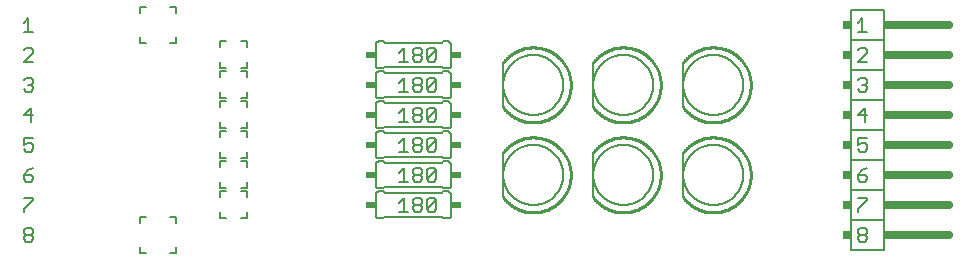
<source format=gbr>
G04 EAGLE Gerber X2 export*
G04 #@! %TF.Part,Single*
G04 #@! %TF.FileFunction,Legend,Top,1*
G04 #@! %TF.FilePolarity,Positive*
G04 #@! %TF.GenerationSoftware,Autodesk,EAGLE,9.0.0*
G04 #@! %TF.CreationDate,2019-08-08T19:01:50Z*
G75*
%MOMM*%
%FSLAX34Y34*%
%LPD*%
%AMOC8*
5,1,8,0,0,1.08239X$1,22.5*%
G01*
%ADD10C,0.127000*%
%ADD11C,0.152400*%
%ADD12C,0.660400*%
%ADD13R,0.762000X0.660400*%
%ADD14R,0.660400X0.660400*%
%ADD15R,0.863600X0.609600*%
%ADD16C,0.203200*%
%ADD17C,0.254000*%


D10*
X59062Y172085D02*
X51435Y172085D01*
X59062Y179712D01*
X59062Y181618D01*
X57155Y183525D01*
X53342Y183525D01*
X51435Y181618D01*
X53342Y31125D02*
X51435Y29218D01*
X53342Y31125D02*
X57155Y31125D01*
X59062Y29218D01*
X59062Y27312D01*
X57155Y25405D01*
X59062Y23498D01*
X59062Y21592D01*
X57155Y19685D01*
X53342Y19685D01*
X51435Y21592D01*
X51435Y23498D01*
X53342Y25405D01*
X51435Y27312D01*
X51435Y29218D01*
X53342Y25405D02*
X57155Y25405D01*
X51435Y156218D02*
X53342Y158125D01*
X57155Y158125D01*
X59062Y156218D01*
X59062Y154312D01*
X57155Y152405D01*
X55248Y152405D01*
X57155Y152405D02*
X59062Y150498D01*
X59062Y148592D01*
X57155Y146685D01*
X53342Y146685D01*
X51435Y148592D01*
X57155Y132725D02*
X57155Y121285D01*
X51435Y127005D02*
X57155Y132725D01*
X59062Y127005D02*
X51435Y127005D01*
X51435Y107325D02*
X59062Y107325D01*
X51435Y107325D02*
X51435Y101605D01*
X55248Y103512D01*
X57155Y103512D01*
X59062Y101605D01*
X59062Y97792D01*
X57155Y95885D01*
X53342Y95885D01*
X51435Y97792D01*
X59062Y81925D02*
X55248Y80018D01*
X51435Y76205D01*
X51435Y72392D01*
X53342Y70485D01*
X57155Y70485D01*
X59062Y72392D01*
X59062Y74298D01*
X57155Y76205D01*
X51435Y76205D01*
X51435Y56525D02*
X59062Y56525D01*
X59062Y54618D01*
X51435Y46992D01*
X51435Y45085D01*
X51435Y205112D02*
X55248Y208925D01*
X55248Y197485D01*
X51435Y197485D02*
X59062Y197485D01*
D11*
X751840Y12700D02*
X779780Y12700D01*
X751840Y12700D02*
X751840Y38100D01*
X779780Y38100D02*
X779780Y12700D01*
X779780Y63500D02*
X751840Y63500D01*
X779780Y63500D02*
X779780Y88900D01*
X779780Y38100D02*
X751840Y38100D01*
X751840Y63500D01*
X779780Y63500D02*
X779780Y38100D01*
D12*
X787400Y76200D02*
X834390Y76200D01*
X834390Y50800D02*
X787400Y50800D01*
X787400Y25400D02*
X834390Y25400D01*
D11*
X751840Y63500D02*
X751840Y88900D01*
X751840Y114300D01*
X779780Y114300D01*
X751840Y114300D02*
X751840Y139700D01*
X779780Y139700D01*
X779780Y114300D01*
X779780Y88900D02*
X751840Y88900D01*
X779780Y88900D02*
X779780Y114300D01*
X751840Y139700D02*
X751840Y165100D01*
X779780Y165100D02*
X779780Y139700D01*
X779780Y190500D02*
X751840Y190500D01*
X751840Y215900D01*
X779780Y215900D01*
X779780Y190500D01*
X779780Y165100D02*
X751840Y165100D01*
X751840Y190500D01*
X779780Y190500D02*
X779780Y165100D01*
D12*
X787400Y203200D02*
X834390Y203200D01*
X834390Y177800D02*
X787400Y177800D01*
X787400Y152400D02*
X834390Y152400D01*
X834390Y127000D02*
X787400Y127000D01*
X787400Y101600D02*
X834390Y101600D01*
D10*
X757555Y205112D02*
X761368Y208925D01*
X761368Y197485D01*
X757555Y197485D02*
X765182Y197485D01*
X765182Y172085D02*
X757555Y172085D01*
X765182Y179712D01*
X765182Y181618D01*
X763275Y183525D01*
X759462Y183525D01*
X757555Y181618D01*
X759462Y158125D02*
X757555Y156218D01*
X759462Y158125D02*
X763275Y158125D01*
X765182Y156218D01*
X765182Y154312D01*
X763275Y152405D01*
X761368Y152405D01*
X763275Y152405D02*
X765182Y150498D01*
X765182Y148592D01*
X763275Y146685D01*
X759462Y146685D01*
X757555Y148592D01*
X763275Y132725D02*
X763275Y121285D01*
X757555Y127005D02*
X763275Y132725D01*
X765182Y127005D02*
X757555Y127005D01*
X757555Y107325D02*
X765182Y107325D01*
X757555Y107325D02*
X757555Y101605D01*
X761368Y103512D01*
X763275Y103512D01*
X765182Y101605D01*
X765182Y97792D01*
X763275Y95885D01*
X759462Y95885D01*
X757555Y97792D01*
X765182Y81925D02*
X761368Y80018D01*
X757555Y76205D01*
X757555Y72392D01*
X759462Y70485D01*
X763275Y70485D01*
X765182Y72392D01*
X765182Y74298D01*
X763275Y76205D01*
X757555Y76205D01*
X757555Y56525D02*
X765182Y56525D01*
X765182Y54618D01*
X757555Y46992D01*
X757555Y45085D01*
X759462Y31125D02*
X757555Y29218D01*
X759462Y31125D02*
X763275Y31125D01*
X765182Y29218D01*
X765182Y27312D01*
X763275Y25405D01*
X765182Y23498D01*
X765182Y21592D01*
X763275Y19685D01*
X759462Y19685D01*
X757555Y21592D01*
X757555Y23498D01*
X759462Y25405D01*
X757555Y27312D01*
X757555Y29218D01*
X759462Y25405D02*
X763275Y25405D01*
D13*
X783590Y76200D03*
X783590Y50800D03*
X783590Y25400D03*
X783590Y203200D03*
X783590Y177800D03*
X783590Y152400D03*
X783590Y127000D03*
X783590Y101600D03*
D14*
X748538Y25400D03*
X748538Y50800D03*
X748538Y76200D03*
X748538Y101600D03*
X748538Y127000D03*
X748538Y152400D03*
X748538Y177800D03*
X748538Y203200D03*
D11*
X180340Y193040D02*
X180340Y187960D01*
X175260Y187960D01*
X154940Y187960D02*
X149860Y187960D01*
X149860Y193040D01*
X149860Y213360D02*
X149860Y218440D01*
X154940Y218440D01*
X175260Y218440D02*
X180340Y218440D01*
X180340Y213360D01*
X180340Y15240D02*
X180340Y10160D01*
X175260Y10160D01*
X154940Y10160D02*
X149860Y10160D01*
X149860Y15240D01*
X149860Y35560D02*
X149860Y40640D01*
X154940Y40640D01*
X175260Y40640D02*
X180340Y40640D01*
X180340Y35560D01*
X240030Y166370D02*
X240030Y171450D01*
X240030Y166370D02*
X234950Y166370D01*
X240030Y184150D02*
X240030Y189230D01*
X234950Y189230D01*
X222250Y189230D02*
X217170Y189230D01*
X217170Y184150D01*
X217170Y171450D02*
X217170Y166370D01*
X222250Y166370D01*
X410210Y166370D02*
X410310Y166372D01*
X410409Y166378D01*
X410509Y166388D01*
X410607Y166401D01*
X410706Y166419D01*
X410803Y166440D01*
X410899Y166465D01*
X410995Y166494D01*
X411089Y166527D01*
X411182Y166563D01*
X411273Y166603D01*
X411363Y166647D01*
X411451Y166694D01*
X411537Y166744D01*
X411621Y166798D01*
X411703Y166855D01*
X411782Y166915D01*
X411860Y166979D01*
X411934Y167045D01*
X412006Y167114D01*
X412075Y167186D01*
X412141Y167260D01*
X412205Y167338D01*
X412265Y167417D01*
X412322Y167499D01*
X412376Y167583D01*
X412426Y167669D01*
X412473Y167757D01*
X412517Y167847D01*
X412557Y167938D01*
X412593Y168031D01*
X412626Y168125D01*
X412655Y168221D01*
X412680Y168317D01*
X412701Y168414D01*
X412719Y168513D01*
X412732Y168611D01*
X412742Y168711D01*
X412748Y168810D01*
X412750Y168910D01*
X412750Y186690D02*
X412748Y186790D01*
X412742Y186889D01*
X412732Y186989D01*
X412719Y187087D01*
X412701Y187186D01*
X412680Y187283D01*
X412655Y187379D01*
X412626Y187475D01*
X412593Y187569D01*
X412557Y187662D01*
X412517Y187753D01*
X412473Y187843D01*
X412426Y187931D01*
X412376Y188017D01*
X412322Y188101D01*
X412265Y188183D01*
X412205Y188262D01*
X412141Y188340D01*
X412075Y188414D01*
X412006Y188486D01*
X411934Y188555D01*
X411860Y188621D01*
X411782Y188685D01*
X411703Y188745D01*
X411621Y188802D01*
X411537Y188856D01*
X411451Y188906D01*
X411363Y188953D01*
X411273Y188997D01*
X411182Y189037D01*
X411089Y189073D01*
X410995Y189106D01*
X410899Y189135D01*
X410803Y189160D01*
X410706Y189181D01*
X410607Y189199D01*
X410509Y189212D01*
X410409Y189222D01*
X410310Y189228D01*
X410210Y189230D01*
X351790Y189230D02*
X351690Y189228D01*
X351591Y189222D01*
X351491Y189212D01*
X351393Y189199D01*
X351294Y189181D01*
X351197Y189160D01*
X351101Y189135D01*
X351005Y189106D01*
X350911Y189073D01*
X350818Y189037D01*
X350727Y188997D01*
X350637Y188953D01*
X350549Y188906D01*
X350463Y188856D01*
X350379Y188802D01*
X350297Y188745D01*
X350218Y188685D01*
X350140Y188621D01*
X350066Y188555D01*
X349994Y188486D01*
X349925Y188414D01*
X349859Y188340D01*
X349795Y188262D01*
X349735Y188183D01*
X349678Y188101D01*
X349624Y188017D01*
X349574Y187931D01*
X349527Y187843D01*
X349483Y187753D01*
X349443Y187662D01*
X349407Y187569D01*
X349374Y187475D01*
X349345Y187379D01*
X349320Y187283D01*
X349299Y187186D01*
X349281Y187087D01*
X349268Y186989D01*
X349258Y186889D01*
X349252Y186790D01*
X349250Y186690D01*
X349250Y168910D02*
X349252Y168810D01*
X349258Y168711D01*
X349268Y168611D01*
X349281Y168513D01*
X349299Y168414D01*
X349320Y168317D01*
X349345Y168221D01*
X349374Y168125D01*
X349407Y168031D01*
X349443Y167938D01*
X349483Y167847D01*
X349527Y167757D01*
X349574Y167669D01*
X349624Y167583D01*
X349678Y167499D01*
X349735Y167417D01*
X349795Y167338D01*
X349859Y167260D01*
X349925Y167186D01*
X349994Y167114D01*
X350066Y167045D01*
X350140Y166979D01*
X350218Y166915D01*
X350297Y166855D01*
X350379Y166798D01*
X350463Y166744D01*
X350549Y166694D01*
X350637Y166647D01*
X350727Y166603D01*
X350818Y166563D01*
X350911Y166527D01*
X351005Y166494D01*
X351101Y166465D01*
X351197Y166440D01*
X351294Y166419D01*
X351393Y166401D01*
X351491Y166388D01*
X351591Y166378D01*
X351690Y166372D01*
X351790Y166370D01*
X412750Y168910D02*
X412750Y186690D01*
X410210Y166370D02*
X406400Y166370D01*
X405130Y167640D01*
X406400Y189230D02*
X410210Y189230D01*
X406400Y189230D02*
X405130Y187960D01*
X356870Y167640D02*
X355600Y166370D01*
X356870Y167640D02*
X405130Y167640D01*
X356870Y187960D02*
X355600Y189230D01*
X356870Y187960D02*
X405130Y187960D01*
X355600Y166370D02*
X351790Y166370D01*
X351790Y189230D02*
X355600Y189230D01*
X349250Y186690D02*
X349250Y168910D01*
D10*
X369159Y179712D02*
X372972Y183525D01*
X372972Y172085D01*
X369159Y172085D02*
X376786Y172085D01*
X380853Y181618D02*
X382760Y183525D01*
X386573Y183525D01*
X388480Y181618D01*
X388480Y179712D01*
X386573Y177805D01*
X388480Y175898D01*
X388480Y173992D01*
X386573Y172085D01*
X382760Y172085D01*
X380853Y173992D01*
X380853Y175898D01*
X382760Y177805D01*
X380853Y179712D01*
X380853Y181618D01*
X382760Y177805D02*
X386573Y177805D01*
X392547Y173992D02*
X392547Y181618D01*
X394454Y183525D01*
X398267Y183525D01*
X400173Y181618D01*
X400173Y173992D01*
X398267Y172085D01*
X394454Y172085D01*
X392547Y173992D01*
X400173Y181618D01*
D15*
X344932Y177800D03*
X417068Y177800D03*
D16*
X457200Y171450D02*
X457200Y133350D01*
D17*
X457674Y132734D01*
X458163Y132129D01*
X458667Y131537D01*
X459185Y130957D01*
X459717Y130390D01*
X460263Y129836D01*
X460822Y129296D01*
X461395Y128770D01*
X461980Y128257D01*
X462577Y127760D01*
X463186Y127277D01*
X463807Y126809D01*
X464440Y126356D01*
X465083Y125919D01*
X465737Y125498D01*
X466401Y125094D01*
X467074Y124705D01*
X467757Y124333D01*
X468449Y123978D01*
X469149Y123640D01*
X469857Y123319D01*
X470573Y123016D01*
X471297Y122730D01*
X472026Y122462D01*
X472763Y122212D01*
X473505Y121981D01*
X474253Y121767D01*
X475005Y121572D01*
X475763Y121395D01*
X476524Y121237D01*
X477289Y121097D01*
X478057Y120977D01*
X478828Y120875D01*
X479601Y120792D01*
X480376Y120728D01*
X481152Y120683D01*
X481929Y120657D01*
X482707Y120650D01*
X483484Y120662D01*
X484261Y120693D01*
X485037Y120744D01*
X485812Y120813D01*
X486584Y120901D01*
X487354Y121008D01*
X488122Y121134D01*
X488886Y121278D01*
X489646Y121442D01*
X490402Y121624D01*
X491153Y121824D01*
X491900Y122042D01*
X492640Y122279D01*
X493375Y122534D01*
X494103Y122807D01*
X494824Y123098D01*
X495538Y123406D01*
X496244Y123731D01*
X496942Y124074D01*
X497632Y124434D01*
X498312Y124810D01*
X498983Y125203D01*
X499644Y125613D01*
X500295Y126038D01*
X500935Y126479D01*
X501564Y126936D01*
X502182Y127408D01*
X502788Y127895D01*
X503382Y128397D01*
X503964Y128913D01*
X504533Y129443D01*
X505088Y129987D01*
X505631Y130545D01*
X506159Y131115D01*
X506673Y131698D01*
X507173Y132294D01*
X507658Y132902D01*
X508128Y133521D01*
X508582Y134152D01*
X509021Y134794D01*
X509445Y135446D01*
X509852Y136109D01*
X510243Y136781D01*
X510617Y137463D01*
X510974Y138153D01*
X511314Y138852D01*
X511638Y139560D01*
X511943Y140274D01*
X512232Y140997D01*
X512502Y141726D01*
X512754Y142461D01*
X512989Y143203D01*
X513205Y143950D01*
X513403Y144702D01*
X513582Y145458D01*
X513743Y146219D01*
X513885Y146983D01*
X514008Y147751D01*
X514112Y148522D01*
X514198Y149295D01*
X514264Y150069D01*
X514312Y150845D01*
X514340Y151622D01*
X514350Y152400D01*
X514340Y153178D01*
X514312Y153955D01*
X514264Y154731D01*
X514198Y155505D01*
X514112Y156278D01*
X514008Y157049D01*
X513885Y157817D01*
X513743Y158581D01*
X513582Y159342D01*
X513403Y160098D01*
X513205Y160850D01*
X512989Y161597D01*
X512754Y162339D01*
X512502Y163074D01*
X512232Y163803D01*
X511943Y164526D01*
X511638Y165240D01*
X511314Y165948D01*
X510974Y166647D01*
X510617Y167337D01*
X510243Y168019D01*
X509852Y168691D01*
X509445Y169354D01*
X509021Y170006D01*
X508582Y170648D01*
X508128Y171279D01*
X507658Y171898D01*
X507173Y172506D01*
X506673Y173102D01*
X506159Y173685D01*
X505631Y174255D01*
X505088Y174813D01*
X504533Y175357D01*
X503964Y175887D01*
X503382Y176403D01*
X502788Y176905D01*
X502182Y177392D01*
X501564Y177864D01*
X500935Y178321D01*
X500295Y178762D01*
X499644Y179187D01*
X498983Y179597D01*
X498312Y179990D01*
X497632Y180366D01*
X496942Y180726D01*
X496244Y181069D01*
X495538Y181394D01*
X494824Y181702D01*
X494103Y181993D01*
X493375Y182266D01*
X492640Y182521D01*
X491900Y182758D01*
X491153Y182976D01*
X490402Y183176D01*
X489646Y183358D01*
X488886Y183522D01*
X488122Y183666D01*
X487354Y183792D01*
X486584Y183899D01*
X485812Y183987D01*
X485037Y184056D01*
X484261Y184107D01*
X483484Y184138D01*
X482707Y184150D01*
X481929Y184143D01*
X481152Y184117D01*
X480376Y184072D01*
X479601Y184008D01*
X478828Y183925D01*
X478057Y183823D01*
X477289Y183703D01*
X476524Y183563D01*
X475763Y183405D01*
X475005Y183228D01*
X474253Y183033D01*
X473505Y182819D01*
X472763Y182588D01*
X472026Y182338D01*
X471297Y182070D01*
X470573Y181784D01*
X469857Y181481D01*
X469149Y181160D01*
X468449Y180822D01*
X467757Y180467D01*
X467074Y180095D01*
X466401Y179706D01*
X465737Y179302D01*
X465083Y178881D01*
X464440Y178444D01*
X463807Y177991D01*
X463186Y177523D01*
X462577Y177040D01*
X461980Y176543D01*
X461395Y176030D01*
X460822Y175504D01*
X460263Y174964D01*
X459717Y174410D01*
X459185Y173843D01*
X458667Y173263D01*
X458163Y172671D01*
X457674Y172066D01*
X457200Y171450D01*
D11*
X457200Y152400D02*
X457208Y153023D01*
X457231Y153646D01*
X457269Y154269D01*
X457322Y154890D01*
X457391Y155509D01*
X457475Y156127D01*
X457574Y156742D01*
X457688Y157355D01*
X457817Y157965D01*
X457961Y158572D01*
X458120Y159175D01*
X458294Y159773D01*
X458482Y160368D01*
X458685Y160957D01*
X458902Y161541D01*
X459133Y162120D01*
X459379Y162693D01*
X459639Y163260D01*
X459912Y163820D01*
X460199Y164373D01*
X460500Y164920D01*
X460814Y165458D01*
X461141Y165989D01*
X461481Y166511D01*
X461833Y167026D01*
X462199Y167531D01*
X462576Y168027D01*
X462966Y168514D01*
X463367Y168991D01*
X463780Y169458D01*
X464204Y169914D01*
X464639Y170361D01*
X465086Y170796D01*
X465542Y171220D01*
X466009Y171633D01*
X466486Y172034D01*
X466973Y172424D01*
X467469Y172801D01*
X467974Y173167D01*
X468489Y173519D01*
X469011Y173859D01*
X469542Y174186D01*
X470080Y174500D01*
X470627Y174801D01*
X471180Y175088D01*
X471740Y175361D01*
X472307Y175621D01*
X472880Y175867D01*
X473459Y176098D01*
X474043Y176315D01*
X474632Y176518D01*
X475227Y176706D01*
X475825Y176880D01*
X476428Y177039D01*
X477035Y177183D01*
X477645Y177312D01*
X478258Y177426D01*
X478873Y177525D01*
X479491Y177609D01*
X480110Y177678D01*
X480731Y177731D01*
X481354Y177769D01*
X481977Y177792D01*
X482600Y177800D01*
X483223Y177792D01*
X483846Y177769D01*
X484469Y177731D01*
X485090Y177678D01*
X485709Y177609D01*
X486327Y177525D01*
X486942Y177426D01*
X487555Y177312D01*
X488165Y177183D01*
X488772Y177039D01*
X489375Y176880D01*
X489973Y176706D01*
X490568Y176518D01*
X491157Y176315D01*
X491741Y176098D01*
X492320Y175867D01*
X492893Y175621D01*
X493460Y175361D01*
X494020Y175088D01*
X494573Y174801D01*
X495120Y174500D01*
X495658Y174186D01*
X496189Y173859D01*
X496711Y173519D01*
X497226Y173167D01*
X497731Y172801D01*
X498227Y172424D01*
X498714Y172034D01*
X499191Y171633D01*
X499658Y171220D01*
X500114Y170796D01*
X500561Y170361D01*
X500996Y169914D01*
X501420Y169458D01*
X501833Y168991D01*
X502234Y168514D01*
X502624Y168027D01*
X503001Y167531D01*
X503367Y167026D01*
X503719Y166511D01*
X504059Y165989D01*
X504386Y165458D01*
X504700Y164920D01*
X505001Y164373D01*
X505288Y163820D01*
X505561Y163260D01*
X505821Y162693D01*
X506067Y162120D01*
X506298Y161541D01*
X506515Y160957D01*
X506718Y160368D01*
X506906Y159773D01*
X507080Y159175D01*
X507239Y158572D01*
X507383Y157965D01*
X507512Y157355D01*
X507626Y156742D01*
X507725Y156127D01*
X507809Y155509D01*
X507878Y154890D01*
X507931Y154269D01*
X507969Y153646D01*
X507992Y153023D01*
X508000Y152400D01*
X507992Y151777D01*
X507969Y151154D01*
X507931Y150531D01*
X507878Y149910D01*
X507809Y149291D01*
X507725Y148673D01*
X507626Y148058D01*
X507512Y147445D01*
X507383Y146835D01*
X507239Y146228D01*
X507080Y145625D01*
X506906Y145027D01*
X506718Y144432D01*
X506515Y143843D01*
X506298Y143259D01*
X506067Y142680D01*
X505821Y142107D01*
X505561Y141540D01*
X505288Y140980D01*
X505001Y140427D01*
X504700Y139880D01*
X504386Y139342D01*
X504059Y138811D01*
X503719Y138289D01*
X503367Y137774D01*
X503001Y137269D01*
X502624Y136773D01*
X502234Y136286D01*
X501833Y135809D01*
X501420Y135342D01*
X500996Y134886D01*
X500561Y134439D01*
X500114Y134004D01*
X499658Y133580D01*
X499191Y133167D01*
X498714Y132766D01*
X498227Y132376D01*
X497731Y131999D01*
X497226Y131633D01*
X496711Y131281D01*
X496189Y130941D01*
X495658Y130614D01*
X495120Y130300D01*
X494573Y129999D01*
X494020Y129712D01*
X493460Y129439D01*
X492893Y129179D01*
X492320Y128933D01*
X491741Y128702D01*
X491157Y128485D01*
X490568Y128282D01*
X489973Y128094D01*
X489375Y127920D01*
X488772Y127761D01*
X488165Y127617D01*
X487555Y127488D01*
X486942Y127374D01*
X486327Y127275D01*
X485709Y127191D01*
X485090Y127122D01*
X484469Y127069D01*
X483846Y127031D01*
X483223Y127008D01*
X482600Y127000D01*
X481977Y127008D01*
X481354Y127031D01*
X480731Y127069D01*
X480110Y127122D01*
X479491Y127191D01*
X478873Y127275D01*
X478258Y127374D01*
X477645Y127488D01*
X477035Y127617D01*
X476428Y127761D01*
X475825Y127920D01*
X475227Y128094D01*
X474632Y128282D01*
X474043Y128485D01*
X473459Y128702D01*
X472880Y128933D01*
X472307Y129179D01*
X471740Y129439D01*
X471180Y129712D01*
X470627Y129999D01*
X470080Y130300D01*
X469542Y130614D01*
X469011Y130941D01*
X468489Y131281D01*
X467974Y131633D01*
X467469Y131999D01*
X466973Y132376D01*
X466486Y132766D01*
X466009Y133167D01*
X465542Y133580D01*
X465086Y134004D01*
X464639Y134439D01*
X464204Y134886D01*
X463780Y135342D01*
X463367Y135809D01*
X462966Y136286D01*
X462576Y136773D01*
X462199Y137269D01*
X461833Y137774D01*
X461481Y138289D01*
X461141Y138811D01*
X460814Y139342D01*
X460500Y139880D01*
X460199Y140427D01*
X459912Y140980D01*
X459639Y141540D01*
X459379Y142107D01*
X459133Y142680D01*
X458902Y143259D01*
X458685Y143843D01*
X458482Y144432D01*
X458294Y145027D01*
X458120Y145625D01*
X457961Y146228D01*
X457817Y146835D01*
X457688Y147445D01*
X457574Y148058D01*
X457475Y148673D01*
X457391Y149291D01*
X457322Y149910D01*
X457269Y150531D01*
X457231Y151154D01*
X457208Y151777D01*
X457200Y152400D01*
X240030Y146050D02*
X240030Y140970D01*
X234950Y140970D01*
X240030Y158750D02*
X240030Y163830D01*
X234950Y163830D01*
X222250Y163830D02*
X217170Y163830D01*
X217170Y158750D01*
X217170Y146050D02*
X217170Y140970D01*
X222250Y140970D01*
X410210Y140970D02*
X410310Y140972D01*
X410409Y140978D01*
X410509Y140988D01*
X410607Y141001D01*
X410706Y141019D01*
X410803Y141040D01*
X410899Y141065D01*
X410995Y141094D01*
X411089Y141127D01*
X411182Y141163D01*
X411273Y141203D01*
X411363Y141247D01*
X411451Y141294D01*
X411537Y141344D01*
X411621Y141398D01*
X411703Y141455D01*
X411782Y141515D01*
X411860Y141579D01*
X411934Y141645D01*
X412006Y141714D01*
X412075Y141786D01*
X412141Y141860D01*
X412205Y141938D01*
X412265Y142017D01*
X412322Y142099D01*
X412376Y142183D01*
X412426Y142269D01*
X412473Y142357D01*
X412517Y142447D01*
X412557Y142538D01*
X412593Y142631D01*
X412626Y142725D01*
X412655Y142821D01*
X412680Y142917D01*
X412701Y143014D01*
X412719Y143113D01*
X412732Y143211D01*
X412742Y143311D01*
X412748Y143410D01*
X412750Y143510D01*
X412750Y161290D02*
X412748Y161390D01*
X412742Y161489D01*
X412732Y161589D01*
X412719Y161687D01*
X412701Y161786D01*
X412680Y161883D01*
X412655Y161979D01*
X412626Y162075D01*
X412593Y162169D01*
X412557Y162262D01*
X412517Y162353D01*
X412473Y162443D01*
X412426Y162531D01*
X412376Y162617D01*
X412322Y162701D01*
X412265Y162783D01*
X412205Y162862D01*
X412141Y162940D01*
X412075Y163014D01*
X412006Y163086D01*
X411934Y163155D01*
X411860Y163221D01*
X411782Y163285D01*
X411703Y163345D01*
X411621Y163402D01*
X411537Y163456D01*
X411451Y163506D01*
X411363Y163553D01*
X411273Y163597D01*
X411182Y163637D01*
X411089Y163673D01*
X410995Y163706D01*
X410899Y163735D01*
X410803Y163760D01*
X410706Y163781D01*
X410607Y163799D01*
X410509Y163812D01*
X410409Y163822D01*
X410310Y163828D01*
X410210Y163830D01*
X351790Y163830D02*
X351690Y163828D01*
X351591Y163822D01*
X351491Y163812D01*
X351393Y163799D01*
X351294Y163781D01*
X351197Y163760D01*
X351101Y163735D01*
X351005Y163706D01*
X350911Y163673D01*
X350818Y163637D01*
X350727Y163597D01*
X350637Y163553D01*
X350549Y163506D01*
X350463Y163456D01*
X350379Y163402D01*
X350297Y163345D01*
X350218Y163285D01*
X350140Y163221D01*
X350066Y163155D01*
X349994Y163086D01*
X349925Y163014D01*
X349859Y162940D01*
X349795Y162862D01*
X349735Y162783D01*
X349678Y162701D01*
X349624Y162617D01*
X349574Y162531D01*
X349527Y162443D01*
X349483Y162353D01*
X349443Y162262D01*
X349407Y162169D01*
X349374Y162075D01*
X349345Y161979D01*
X349320Y161883D01*
X349299Y161786D01*
X349281Y161687D01*
X349268Y161589D01*
X349258Y161489D01*
X349252Y161390D01*
X349250Y161290D01*
X349250Y143510D02*
X349252Y143410D01*
X349258Y143311D01*
X349268Y143211D01*
X349281Y143113D01*
X349299Y143014D01*
X349320Y142917D01*
X349345Y142821D01*
X349374Y142725D01*
X349407Y142631D01*
X349443Y142538D01*
X349483Y142447D01*
X349527Y142357D01*
X349574Y142269D01*
X349624Y142183D01*
X349678Y142099D01*
X349735Y142017D01*
X349795Y141938D01*
X349859Y141860D01*
X349925Y141786D01*
X349994Y141714D01*
X350066Y141645D01*
X350140Y141579D01*
X350218Y141515D01*
X350297Y141455D01*
X350379Y141398D01*
X350463Y141344D01*
X350549Y141294D01*
X350637Y141247D01*
X350727Y141203D01*
X350818Y141163D01*
X350911Y141127D01*
X351005Y141094D01*
X351101Y141065D01*
X351197Y141040D01*
X351294Y141019D01*
X351393Y141001D01*
X351491Y140988D01*
X351591Y140978D01*
X351690Y140972D01*
X351790Y140970D01*
X412750Y143510D02*
X412750Y161290D01*
X410210Y140970D02*
X406400Y140970D01*
X405130Y142240D01*
X406400Y163830D02*
X410210Y163830D01*
X406400Y163830D02*
X405130Y162560D01*
X356870Y142240D02*
X355600Y140970D01*
X356870Y142240D02*
X405130Y142240D01*
X356870Y162560D02*
X355600Y163830D01*
X356870Y162560D02*
X405130Y162560D01*
X355600Y140970D02*
X351790Y140970D01*
X351790Y163830D02*
X355600Y163830D01*
X349250Y161290D02*
X349250Y143510D01*
D10*
X369159Y154312D02*
X372972Y158125D01*
X372972Y146685D01*
X369159Y146685D02*
X376786Y146685D01*
X380853Y156218D02*
X382760Y158125D01*
X386573Y158125D01*
X388480Y156218D01*
X388480Y154312D01*
X386573Y152405D01*
X388480Y150498D01*
X388480Y148592D01*
X386573Y146685D01*
X382760Y146685D01*
X380853Y148592D01*
X380853Y150498D01*
X382760Y152405D01*
X380853Y154312D01*
X380853Y156218D01*
X382760Y152405D02*
X386573Y152405D01*
X392547Y148592D02*
X392547Y156218D01*
X394454Y158125D01*
X398267Y158125D01*
X400173Y156218D01*
X400173Y148592D01*
X398267Y146685D01*
X394454Y146685D01*
X392547Y148592D01*
X400173Y156218D01*
D15*
X344932Y152400D03*
X417068Y152400D03*
D16*
X533400Y171450D02*
X533400Y133350D01*
D17*
X533874Y132734D01*
X534363Y132129D01*
X534867Y131537D01*
X535385Y130957D01*
X535917Y130390D01*
X536463Y129836D01*
X537022Y129296D01*
X537595Y128770D01*
X538180Y128257D01*
X538777Y127760D01*
X539386Y127277D01*
X540007Y126809D01*
X540640Y126356D01*
X541283Y125919D01*
X541937Y125498D01*
X542601Y125094D01*
X543274Y124705D01*
X543957Y124333D01*
X544649Y123978D01*
X545349Y123640D01*
X546057Y123319D01*
X546773Y123016D01*
X547497Y122730D01*
X548226Y122462D01*
X548963Y122212D01*
X549705Y121981D01*
X550453Y121767D01*
X551205Y121572D01*
X551963Y121395D01*
X552724Y121237D01*
X553489Y121097D01*
X554257Y120977D01*
X555028Y120875D01*
X555801Y120792D01*
X556576Y120728D01*
X557352Y120683D01*
X558129Y120657D01*
X558907Y120650D01*
X559684Y120662D01*
X560461Y120693D01*
X561237Y120744D01*
X562012Y120813D01*
X562784Y120901D01*
X563554Y121008D01*
X564322Y121134D01*
X565086Y121278D01*
X565846Y121442D01*
X566602Y121624D01*
X567353Y121824D01*
X568100Y122042D01*
X568840Y122279D01*
X569575Y122534D01*
X570303Y122807D01*
X571024Y123098D01*
X571738Y123406D01*
X572444Y123731D01*
X573142Y124074D01*
X573832Y124434D01*
X574512Y124810D01*
X575183Y125203D01*
X575844Y125613D01*
X576495Y126038D01*
X577135Y126479D01*
X577764Y126936D01*
X578382Y127408D01*
X578988Y127895D01*
X579582Y128397D01*
X580164Y128913D01*
X580733Y129443D01*
X581288Y129987D01*
X581831Y130545D01*
X582359Y131115D01*
X582873Y131698D01*
X583373Y132294D01*
X583858Y132902D01*
X584328Y133521D01*
X584782Y134152D01*
X585221Y134794D01*
X585645Y135446D01*
X586052Y136109D01*
X586443Y136781D01*
X586817Y137463D01*
X587174Y138153D01*
X587514Y138852D01*
X587838Y139560D01*
X588143Y140274D01*
X588432Y140997D01*
X588702Y141726D01*
X588954Y142461D01*
X589189Y143203D01*
X589405Y143950D01*
X589603Y144702D01*
X589782Y145458D01*
X589943Y146219D01*
X590085Y146983D01*
X590208Y147751D01*
X590312Y148522D01*
X590398Y149295D01*
X590464Y150069D01*
X590512Y150845D01*
X590540Y151622D01*
X590550Y152400D01*
X590540Y153178D01*
X590512Y153955D01*
X590464Y154731D01*
X590398Y155505D01*
X590312Y156278D01*
X590208Y157049D01*
X590085Y157817D01*
X589943Y158581D01*
X589782Y159342D01*
X589603Y160098D01*
X589405Y160850D01*
X589189Y161597D01*
X588954Y162339D01*
X588702Y163074D01*
X588432Y163803D01*
X588143Y164526D01*
X587838Y165240D01*
X587514Y165948D01*
X587174Y166647D01*
X586817Y167337D01*
X586443Y168019D01*
X586052Y168691D01*
X585645Y169354D01*
X585221Y170006D01*
X584782Y170648D01*
X584328Y171279D01*
X583858Y171898D01*
X583373Y172506D01*
X582873Y173102D01*
X582359Y173685D01*
X581831Y174255D01*
X581288Y174813D01*
X580733Y175357D01*
X580164Y175887D01*
X579582Y176403D01*
X578988Y176905D01*
X578382Y177392D01*
X577764Y177864D01*
X577135Y178321D01*
X576495Y178762D01*
X575844Y179187D01*
X575183Y179597D01*
X574512Y179990D01*
X573832Y180366D01*
X573142Y180726D01*
X572444Y181069D01*
X571738Y181394D01*
X571024Y181702D01*
X570303Y181993D01*
X569575Y182266D01*
X568840Y182521D01*
X568100Y182758D01*
X567353Y182976D01*
X566602Y183176D01*
X565846Y183358D01*
X565086Y183522D01*
X564322Y183666D01*
X563554Y183792D01*
X562784Y183899D01*
X562012Y183987D01*
X561237Y184056D01*
X560461Y184107D01*
X559684Y184138D01*
X558907Y184150D01*
X558129Y184143D01*
X557352Y184117D01*
X556576Y184072D01*
X555801Y184008D01*
X555028Y183925D01*
X554257Y183823D01*
X553489Y183703D01*
X552724Y183563D01*
X551963Y183405D01*
X551205Y183228D01*
X550453Y183033D01*
X549705Y182819D01*
X548963Y182588D01*
X548226Y182338D01*
X547497Y182070D01*
X546773Y181784D01*
X546057Y181481D01*
X545349Y181160D01*
X544649Y180822D01*
X543957Y180467D01*
X543274Y180095D01*
X542601Y179706D01*
X541937Y179302D01*
X541283Y178881D01*
X540640Y178444D01*
X540007Y177991D01*
X539386Y177523D01*
X538777Y177040D01*
X538180Y176543D01*
X537595Y176030D01*
X537022Y175504D01*
X536463Y174964D01*
X535917Y174410D01*
X535385Y173843D01*
X534867Y173263D01*
X534363Y172671D01*
X533874Y172066D01*
X533400Y171450D01*
D11*
X533400Y152400D02*
X533408Y153023D01*
X533431Y153646D01*
X533469Y154269D01*
X533522Y154890D01*
X533591Y155509D01*
X533675Y156127D01*
X533774Y156742D01*
X533888Y157355D01*
X534017Y157965D01*
X534161Y158572D01*
X534320Y159175D01*
X534494Y159773D01*
X534682Y160368D01*
X534885Y160957D01*
X535102Y161541D01*
X535333Y162120D01*
X535579Y162693D01*
X535839Y163260D01*
X536112Y163820D01*
X536399Y164373D01*
X536700Y164920D01*
X537014Y165458D01*
X537341Y165989D01*
X537681Y166511D01*
X538033Y167026D01*
X538399Y167531D01*
X538776Y168027D01*
X539166Y168514D01*
X539567Y168991D01*
X539980Y169458D01*
X540404Y169914D01*
X540839Y170361D01*
X541286Y170796D01*
X541742Y171220D01*
X542209Y171633D01*
X542686Y172034D01*
X543173Y172424D01*
X543669Y172801D01*
X544174Y173167D01*
X544689Y173519D01*
X545211Y173859D01*
X545742Y174186D01*
X546280Y174500D01*
X546827Y174801D01*
X547380Y175088D01*
X547940Y175361D01*
X548507Y175621D01*
X549080Y175867D01*
X549659Y176098D01*
X550243Y176315D01*
X550832Y176518D01*
X551427Y176706D01*
X552025Y176880D01*
X552628Y177039D01*
X553235Y177183D01*
X553845Y177312D01*
X554458Y177426D01*
X555073Y177525D01*
X555691Y177609D01*
X556310Y177678D01*
X556931Y177731D01*
X557554Y177769D01*
X558177Y177792D01*
X558800Y177800D01*
X559423Y177792D01*
X560046Y177769D01*
X560669Y177731D01*
X561290Y177678D01*
X561909Y177609D01*
X562527Y177525D01*
X563142Y177426D01*
X563755Y177312D01*
X564365Y177183D01*
X564972Y177039D01*
X565575Y176880D01*
X566173Y176706D01*
X566768Y176518D01*
X567357Y176315D01*
X567941Y176098D01*
X568520Y175867D01*
X569093Y175621D01*
X569660Y175361D01*
X570220Y175088D01*
X570773Y174801D01*
X571320Y174500D01*
X571858Y174186D01*
X572389Y173859D01*
X572911Y173519D01*
X573426Y173167D01*
X573931Y172801D01*
X574427Y172424D01*
X574914Y172034D01*
X575391Y171633D01*
X575858Y171220D01*
X576314Y170796D01*
X576761Y170361D01*
X577196Y169914D01*
X577620Y169458D01*
X578033Y168991D01*
X578434Y168514D01*
X578824Y168027D01*
X579201Y167531D01*
X579567Y167026D01*
X579919Y166511D01*
X580259Y165989D01*
X580586Y165458D01*
X580900Y164920D01*
X581201Y164373D01*
X581488Y163820D01*
X581761Y163260D01*
X582021Y162693D01*
X582267Y162120D01*
X582498Y161541D01*
X582715Y160957D01*
X582918Y160368D01*
X583106Y159773D01*
X583280Y159175D01*
X583439Y158572D01*
X583583Y157965D01*
X583712Y157355D01*
X583826Y156742D01*
X583925Y156127D01*
X584009Y155509D01*
X584078Y154890D01*
X584131Y154269D01*
X584169Y153646D01*
X584192Y153023D01*
X584200Y152400D01*
X584192Y151777D01*
X584169Y151154D01*
X584131Y150531D01*
X584078Y149910D01*
X584009Y149291D01*
X583925Y148673D01*
X583826Y148058D01*
X583712Y147445D01*
X583583Y146835D01*
X583439Y146228D01*
X583280Y145625D01*
X583106Y145027D01*
X582918Y144432D01*
X582715Y143843D01*
X582498Y143259D01*
X582267Y142680D01*
X582021Y142107D01*
X581761Y141540D01*
X581488Y140980D01*
X581201Y140427D01*
X580900Y139880D01*
X580586Y139342D01*
X580259Y138811D01*
X579919Y138289D01*
X579567Y137774D01*
X579201Y137269D01*
X578824Y136773D01*
X578434Y136286D01*
X578033Y135809D01*
X577620Y135342D01*
X577196Y134886D01*
X576761Y134439D01*
X576314Y134004D01*
X575858Y133580D01*
X575391Y133167D01*
X574914Y132766D01*
X574427Y132376D01*
X573931Y131999D01*
X573426Y131633D01*
X572911Y131281D01*
X572389Y130941D01*
X571858Y130614D01*
X571320Y130300D01*
X570773Y129999D01*
X570220Y129712D01*
X569660Y129439D01*
X569093Y129179D01*
X568520Y128933D01*
X567941Y128702D01*
X567357Y128485D01*
X566768Y128282D01*
X566173Y128094D01*
X565575Y127920D01*
X564972Y127761D01*
X564365Y127617D01*
X563755Y127488D01*
X563142Y127374D01*
X562527Y127275D01*
X561909Y127191D01*
X561290Y127122D01*
X560669Y127069D01*
X560046Y127031D01*
X559423Y127008D01*
X558800Y127000D01*
X558177Y127008D01*
X557554Y127031D01*
X556931Y127069D01*
X556310Y127122D01*
X555691Y127191D01*
X555073Y127275D01*
X554458Y127374D01*
X553845Y127488D01*
X553235Y127617D01*
X552628Y127761D01*
X552025Y127920D01*
X551427Y128094D01*
X550832Y128282D01*
X550243Y128485D01*
X549659Y128702D01*
X549080Y128933D01*
X548507Y129179D01*
X547940Y129439D01*
X547380Y129712D01*
X546827Y129999D01*
X546280Y130300D01*
X545742Y130614D01*
X545211Y130941D01*
X544689Y131281D01*
X544174Y131633D01*
X543669Y131999D01*
X543173Y132376D01*
X542686Y132766D01*
X542209Y133167D01*
X541742Y133580D01*
X541286Y134004D01*
X540839Y134439D01*
X540404Y134886D01*
X539980Y135342D01*
X539567Y135809D01*
X539166Y136286D01*
X538776Y136773D01*
X538399Y137269D01*
X538033Y137774D01*
X537681Y138289D01*
X537341Y138811D01*
X537014Y139342D01*
X536700Y139880D01*
X536399Y140427D01*
X536112Y140980D01*
X535839Y141540D01*
X535579Y142107D01*
X535333Y142680D01*
X535102Y143259D01*
X534885Y143843D01*
X534682Y144432D01*
X534494Y145027D01*
X534320Y145625D01*
X534161Y146228D01*
X534017Y146835D01*
X533888Y147445D01*
X533774Y148058D01*
X533675Y148673D01*
X533591Y149291D01*
X533522Y149910D01*
X533469Y150531D01*
X533431Y151154D01*
X533408Y151777D01*
X533400Y152400D01*
X240030Y120650D02*
X240030Y115570D01*
X234950Y115570D01*
X240030Y133350D02*
X240030Y138430D01*
X234950Y138430D01*
X222250Y138430D02*
X217170Y138430D01*
X217170Y133350D01*
X217170Y120650D02*
X217170Y115570D01*
X222250Y115570D01*
X410210Y115570D02*
X410310Y115572D01*
X410409Y115578D01*
X410509Y115588D01*
X410607Y115601D01*
X410706Y115619D01*
X410803Y115640D01*
X410899Y115665D01*
X410995Y115694D01*
X411089Y115727D01*
X411182Y115763D01*
X411273Y115803D01*
X411363Y115847D01*
X411451Y115894D01*
X411537Y115944D01*
X411621Y115998D01*
X411703Y116055D01*
X411782Y116115D01*
X411860Y116179D01*
X411934Y116245D01*
X412006Y116314D01*
X412075Y116386D01*
X412141Y116460D01*
X412205Y116538D01*
X412265Y116617D01*
X412322Y116699D01*
X412376Y116783D01*
X412426Y116869D01*
X412473Y116957D01*
X412517Y117047D01*
X412557Y117138D01*
X412593Y117231D01*
X412626Y117325D01*
X412655Y117421D01*
X412680Y117517D01*
X412701Y117614D01*
X412719Y117713D01*
X412732Y117811D01*
X412742Y117911D01*
X412748Y118010D01*
X412750Y118110D01*
X412750Y135890D02*
X412748Y135990D01*
X412742Y136089D01*
X412732Y136189D01*
X412719Y136287D01*
X412701Y136386D01*
X412680Y136483D01*
X412655Y136579D01*
X412626Y136675D01*
X412593Y136769D01*
X412557Y136862D01*
X412517Y136953D01*
X412473Y137043D01*
X412426Y137131D01*
X412376Y137217D01*
X412322Y137301D01*
X412265Y137383D01*
X412205Y137462D01*
X412141Y137540D01*
X412075Y137614D01*
X412006Y137686D01*
X411934Y137755D01*
X411860Y137821D01*
X411782Y137885D01*
X411703Y137945D01*
X411621Y138002D01*
X411537Y138056D01*
X411451Y138106D01*
X411363Y138153D01*
X411273Y138197D01*
X411182Y138237D01*
X411089Y138273D01*
X410995Y138306D01*
X410899Y138335D01*
X410803Y138360D01*
X410706Y138381D01*
X410607Y138399D01*
X410509Y138412D01*
X410409Y138422D01*
X410310Y138428D01*
X410210Y138430D01*
X351790Y138430D02*
X351690Y138428D01*
X351591Y138422D01*
X351491Y138412D01*
X351393Y138399D01*
X351294Y138381D01*
X351197Y138360D01*
X351101Y138335D01*
X351005Y138306D01*
X350911Y138273D01*
X350818Y138237D01*
X350727Y138197D01*
X350637Y138153D01*
X350549Y138106D01*
X350463Y138056D01*
X350379Y138002D01*
X350297Y137945D01*
X350218Y137885D01*
X350140Y137821D01*
X350066Y137755D01*
X349994Y137686D01*
X349925Y137614D01*
X349859Y137540D01*
X349795Y137462D01*
X349735Y137383D01*
X349678Y137301D01*
X349624Y137217D01*
X349574Y137131D01*
X349527Y137043D01*
X349483Y136953D01*
X349443Y136862D01*
X349407Y136769D01*
X349374Y136675D01*
X349345Y136579D01*
X349320Y136483D01*
X349299Y136386D01*
X349281Y136287D01*
X349268Y136189D01*
X349258Y136089D01*
X349252Y135990D01*
X349250Y135890D01*
X349250Y118110D02*
X349252Y118010D01*
X349258Y117911D01*
X349268Y117811D01*
X349281Y117713D01*
X349299Y117614D01*
X349320Y117517D01*
X349345Y117421D01*
X349374Y117325D01*
X349407Y117231D01*
X349443Y117138D01*
X349483Y117047D01*
X349527Y116957D01*
X349574Y116869D01*
X349624Y116783D01*
X349678Y116699D01*
X349735Y116617D01*
X349795Y116538D01*
X349859Y116460D01*
X349925Y116386D01*
X349994Y116314D01*
X350066Y116245D01*
X350140Y116179D01*
X350218Y116115D01*
X350297Y116055D01*
X350379Y115998D01*
X350463Y115944D01*
X350549Y115894D01*
X350637Y115847D01*
X350727Y115803D01*
X350818Y115763D01*
X350911Y115727D01*
X351005Y115694D01*
X351101Y115665D01*
X351197Y115640D01*
X351294Y115619D01*
X351393Y115601D01*
X351491Y115588D01*
X351591Y115578D01*
X351690Y115572D01*
X351790Y115570D01*
X412750Y118110D02*
X412750Y135890D01*
X410210Y115570D02*
X406400Y115570D01*
X405130Y116840D01*
X406400Y138430D02*
X410210Y138430D01*
X406400Y138430D02*
X405130Y137160D01*
X356870Y116840D02*
X355600Y115570D01*
X356870Y116840D02*
X405130Y116840D01*
X356870Y137160D02*
X355600Y138430D01*
X356870Y137160D02*
X405130Y137160D01*
X355600Y115570D02*
X351790Y115570D01*
X351790Y138430D02*
X355600Y138430D01*
X349250Y135890D02*
X349250Y118110D01*
D10*
X369159Y128912D02*
X372972Y132725D01*
X372972Y121285D01*
X369159Y121285D02*
X376786Y121285D01*
X380853Y130818D02*
X382760Y132725D01*
X386573Y132725D01*
X388480Y130818D01*
X388480Y128912D01*
X386573Y127005D01*
X388480Y125098D01*
X388480Y123192D01*
X386573Y121285D01*
X382760Y121285D01*
X380853Y123192D01*
X380853Y125098D01*
X382760Y127005D01*
X380853Y128912D01*
X380853Y130818D01*
X382760Y127005D02*
X386573Y127005D01*
X392547Y123192D02*
X392547Y130818D01*
X394454Y132725D01*
X398267Y132725D01*
X400173Y130818D01*
X400173Y123192D01*
X398267Y121285D01*
X394454Y121285D01*
X392547Y123192D01*
X400173Y130818D01*
D15*
X344932Y127000D03*
X417068Y127000D03*
D16*
X609600Y133350D02*
X609600Y171450D01*
D17*
X610074Y172066D01*
X610563Y172671D01*
X611067Y173263D01*
X611585Y173843D01*
X612117Y174410D01*
X612663Y174964D01*
X613222Y175504D01*
X613795Y176030D01*
X614380Y176543D01*
X614977Y177040D01*
X615586Y177523D01*
X616207Y177991D01*
X616840Y178444D01*
X617483Y178881D01*
X618137Y179302D01*
X618801Y179706D01*
X619474Y180095D01*
X620157Y180467D01*
X620849Y180822D01*
X621549Y181160D01*
X622257Y181481D01*
X622973Y181784D01*
X623697Y182070D01*
X624426Y182338D01*
X625163Y182588D01*
X625905Y182819D01*
X626653Y183033D01*
X627405Y183228D01*
X628163Y183405D01*
X628924Y183563D01*
X629689Y183703D01*
X630457Y183823D01*
X631228Y183925D01*
X632001Y184008D01*
X632776Y184072D01*
X633552Y184117D01*
X634329Y184143D01*
X635107Y184150D01*
X635884Y184138D01*
X636661Y184107D01*
X637437Y184056D01*
X638212Y183987D01*
X638984Y183899D01*
X639754Y183792D01*
X640522Y183666D01*
X641286Y183522D01*
X642046Y183358D01*
X642802Y183176D01*
X643553Y182976D01*
X644300Y182758D01*
X645040Y182521D01*
X645775Y182266D01*
X646503Y181993D01*
X647224Y181702D01*
X647938Y181394D01*
X648644Y181069D01*
X649342Y180726D01*
X650032Y180366D01*
X650712Y179990D01*
X651383Y179597D01*
X652044Y179187D01*
X652695Y178762D01*
X653335Y178321D01*
X653964Y177864D01*
X654582Y177392D01*
X655188Y176905D01*
X655782Y176403D01*
X656364Y175887D01*
X656933Y175357D01*
X657488Y174813D01*
X658031Y174255D01*
X658559Y173685D01*
X659073Y173102D01*
X659573Y172506D01*
X660058Y171898D01*
X660528Y171279D01*
X660982Y170648D01*
X661421Y170006D01*
X661845Y169354D01*
X662252Y168691D01*
X662643Y168019D01*
X663017Y167337D01*
X663374Y166647D01*
X663714Y165948D01*
X664038Y165240D01*
X664343Y164526D01*
X664632Y163803D01*
X664902Y163074D01*
X665154Y162339D01*
X665389Y161597D01*
X665605Y160850D01*
X665803Y160098D01*
X665982Y159342D01*
X666143Y158581D01*
X666285Y157817D01*
X666408Y157049D01*
X666512Y156278D01*
X666598Y155505D01*
X666664Y154731D01*
X666712Y153955D01*
X666740Y153178D01*
X666750Y152400D01*
X666740Y151622D01*
X666712Y150845D01*
X666664Y150069D01*
X666598Y149295D01*
X666512Y148522D01*
X666408Y147751D01*
X666285Y146983D01*
X666143Y146219D01*
X665982Y145458D01*
X665803Y144702D01*
X665605Y143950D01*
X665389Y143203D01*
X665154Y142461D01*
X664902Y141726D01*
X664632Y140997D01*
X664343Y140274D01*
X664038Y139560D01*
X663714Y138852D01*
X663374Y138153D01*
X663017Y137463D01*
X662643Y136781D01*
X662252Y136109D01*
X661845Y135446D01*
X661421Y134794D01*
X660982Y134152D01*
X660528Y133521D01*
X660058Y132902D01*
X659573Y132294D01*
X659073Y131698D01*
X658559Y131115D01*
X658031Y130545D01*
X657488Y129987D01*
X656933Y129443D01*
X656364Y128913D01*
X655782Y128397D01*
X655188Y127895D01*
X654582Y127408D01*
X653964Y126936D01*
X653335Y126479D01*
X652695Y126038D01*
X652044Y125613D01*
X651383Y125203D01*
X650712Y124810D01*
X650032Y124434D01*
X649342Y124074D01*
X648644Y123731D01*
X647938Y123406D01*
X647224Y123098D01*
X646503Y122807D01*
X645775Y122534D01*
X645040Y122279D01*
X644300Y122042D01*
X643553Y121824D01*
X642802Y121624D01*
X642046Y121442D01*
X641286Y121278D01*
X640522Y121134D01*
X639754Y121008D01*
X638984Y120901D01*
X638212Y120813D01*
X637437Y120744D01*
X636661Y120693D01*
X635884Y120662D01*
X635107Y120650D01*
X634329Y120657D01*
X633552Y120683D01*
X632776Y120728D01*
X632001Y120792D01*
X631228Y120875D01*
X630457Y120977D01*
X629689Y121097D01*
X628924Y121237D01*
X628163Y121395D01*
X627405Y121572D01*
X626653Y121767D01*
X625905Y121981D01*
X625163Y122212D01*
X624426Y122462D01*
X623697Y122730D01*
X622973Y123016D01*
X622257Y123319D01*
X621549Y123640D01*
X620849Y123978D01*
X620157Y124333D01*
X619474Y124705D01*
X618801Y125094D01*
X618137Y125498D01*
X617483Y125919D01*
X616840Y126356D01*
X616207Y126809D01*
X615586Y127277D01*
X614977Y127760D01*
X614380Y128257D01*
X613795Y128770D01*
X613222Y129296D01*
X612663Y129836D01*
X612117Y130390D01*
X611585Y130957D01*
X611067Y131537D01*
X610563Y132129D01*
X610074Y132734D01*
X609600Y133350D01*
D11*
X609600Y152400D02*
X609608Y153023D01*
X609631Y153646D01*
X609669Y154269D01*
X609722Y154890D01*
X609791Y155509D01*
X609875Y156127D01*
X609974Y156742D01*
X610088Y157355D01*
X610217Y157965D01*
X610361Y158572D01*
X610520Y159175D01*
X610694Y159773D01*
X610882Y160368D01*
X611085Y160957D01*
X611302Y161541D01*
X611533Y162120D01*
X611779Y162693D01*
X612039Y163260D01*
X612312Y163820D01*
X612599Y164373D01*
X612900Y164920D01*
X613214Y165458D01*
X613541Y165989D01*
X613881Y166511D01*
X614233Y167026D01*
X614599Y167531D01*
X614976Y168027D01*
X615366Y168514D01*
X615767Y168991D01*
X616180Y169458D01*
X616604Y169914D01*
X617039Y170361D01*
X617486Y170796D01*
X617942Y171220D01*
X618409Y171633D01*
X618886Y172034D01*
X619373Y172424D01*
X619869Y172801D01*
X620374Y173167D01*
X620889Y173519D01*
X621411Y173859D01*
X621942Y174186D01*
X622480Y174500D01*
X623027Y174801D01*
X623580Y175088D01*
X624140Y175361D01*
X624707Y175621D01*
X625280Y175867D01*
X625859Y176098D01*
X626443Y176315D01*
X627032Y176518D01*
X627627Y176706D01*
X628225Y176880D01*
X628828Y177039D01*
X629435Y177183D01*
X630045Y177312D01*
X630658Y177426D01*
X631273Y177525D01*
X631891Y177609D01*
X632510Y177678D01*
X633131Y177731D01*
X633754Y177769D01*
X634377Y177792D01*
X635000Y177800D01*
X635623Y177792D01*
X636246Y177769D01*
X636869Y177731D01*
X637490Y177678D01*
X638109Y177609D01*
X638727Y177525D01*
X639342Y177426D01*
X639955Y177312D01*
X640565Y177183D01*
X641172Y177039D01*
X641775Y176880D01*
X642373Y176706D01*
X642968Y176518D01*
X643557Y176315D01*
X644141Y176098D01*
X644720Y175867D01*
X645293Y175621D01*
X645860Y175361D01*
X646420Y175088D01*
X646973Y174801D01*
X647520Y174500D01*
X648058Y174186D01*
X648589Y173859D01*
X649111Y173519D01*
X649626Y173167D01*
X650131Y172801D01*
X650627Y172424D01*
X651114Y172034D01*
X651591Y171633D01*
X652058Y171220D01*
X652514Y170796D01*
X652961Y170361D01*
X653396Y169914D01*
X653820Y169458D01*
X654233Y168991D01*
X654634Y168514D01*
X655024Y168027D01*
X655401Y167531D01*
X655767Y167026D01*
X656119Y166511D01*
X656459Y165989D01*
X656786Y165458D01*
X657100Y164920D01*
X657401Y164373D01*
X657688Y163820D01*
X657961Y163260D01*
X658221Y162693D01*
X658467Y162120D01*
X658698Y161541D01*
X658915Y160957D01*
X659118Y160368D01*
X659306Y159773D01*
X659480Y159175D01*
X659639Y158572D01*
X659783Y157965D01*
X659912Y157355D01*
X660026Y156742D01*
X660125Y156127D01*
X660209Y155509D01*
X660278Y154890D01*
X660331Y154269D01*
X660369Y153646D01*
X660392Y153023D01*
X660400Y152400D01*
X660392Y151777D01*
X660369Y151154D01*
X660331Y150531D01*
X660278Y149910D01*
X660209Y149291D01*
X660125Y148673D01*
X660026Y148058D01*
X659912Y147445D01*
X659783Y146835D01*
X659639Y146228D01*
X659480Y145625D01*
X659306Y145027D01*
X659118Y144432D01*
X658915Y143843D01*
X658698Y143259D01*
X658467Y142680D01*
X658221Y142107D01*
X657961Y141540D01*
X657688Y140980D01*
X657401Y140427D01*
X657100Y139880D01*
X656786Y139342D01*
X656459Y138811D01*
X656119Y138289D01*
X655767Y137774D01*
X655401Y137269D01*
X655024Y136773D01*
X654634Y136286D01*
X654233Y135809D01*
X653820Y135342D01*
X653396Y134886D01*
X652961Y134439D01*
X652514Y134004D01*
X652058Y133580D01*
X651591Y133167D01*
X651114Y132766D01*
X650627Y132376D01*
X650131Y131999D01*
X649626Y131633D01*
X649111Y131281D01*
X648589Y130941D01*
X648058Y130614D01*
X647520Y130300D01*
X646973Y129999D01*
X646420Y129712D01*
X645860Y129439D01*
X645293Y129179D01*
X644720Y128933D01*
X644141Y128702D01*
X643557Y128485D01*
X642968Y128282D01*
X642373Y128094D01*
X641775Y127920D01*
X641172Y127761D01*
X640565Y127617D01*
X639955Y127488D01*
X639342Y127374D01*
X638727Y127275D01*
X638109Y127191D01*
X637490Y127122D01*
X636869Y127069D01*
X636246Y127031D01*
X635623Y127008D01*
X635000Y127000D01*
X634377Y127008D01*
X633754Y127031D01*
X633131Y127069D01*
X632510Y127122D01*
X631891Y127191D01*
X631273Y127275D01*
X630658Y127374D01*
X630045Y127488D01*
X629435Y127617D01*
X628828Y127761D01*
X628225Y127920D01*
X627627Y128094D01*
X627032Y128282D01*
X626443Y128485D01*
X625859Y128702D01*
X625280Y128933D01*
X624707Y129179D01*
X624140Y129439D01*
X623580Y129712D01*
X623027Y129999D01*
X622480Y130300D01*
X621942Y130614D01*
X621411Y130941D01*
X620889Y131281D01*
X620374Y131633D01*
X619869Y131999D01*
X619373Y132376D01*
X618886Y132766D01*
X618409Y133167D01*
X617942Y133580D01*
X617486Y134004D01*
X617039Y134439D01*
X616604Y134886D01*
X616180Y135342D01*
X615767Y135809D01*
X615366Y136286D01*
X614976Y136773D01*
X614599Y137269D01*
X614233Y137774D01*
X613881Y138289D01*
X613541Y138811D01*
X613214Y139342D01*
X612900Y139880D01*
X612599Y140427D01*
X612312Y140980D01*
X612039Y141540D01*
X611779Y142107D01*
X611533Y142680D01*
X611302Y143259D01*
X611085Y143843D01*
X610882Y144432D01*
X610694Y145027D01*
X610520Y145625D01*
X610361Y146228D01*
X610217Y146835D01*
X610088Y147445D01*
X609974Y148058D01*
X609875Y148673D01*
X609791Y149291D01*
X609722Y149910D01*
X609669Y150531D01*
X609631Y151154D01*
X609608Y151777D01*
X609600Y152400D01*
X240030Y95250D02*
X240030Y90170D01*
X234950Y90170D01*
X240030Y107950D02*
X240030Y113030D01*
X234950Y113030D01*
X222250Y113030D02*
X217170Y113030D01*
X217170Y107950D01*
X217170Y95250D02*
X217170Y90170D01*
X222250Y90170D01*
X410210Y90170D02*
X410310Y90172D01*
X410409Y90178D01*
X410509Y90188D01*
X410607Y90201D01*
X410706Y90219D01*
X410803Y90240D01*
X410899Y90265D01*
X410995Y90294D01*
X411089Y90327D01*
X411182Y90363D01*
X411273Y90403D01*
X411363Y90447D01*
X411451Y90494D01*
X411537Y90544D01*
X411621Y90598D01*
X411703Y90655D01*
X411782Y90715D01*
X411860Y90779D01*
X411934Y90845D01*
X412006Y90914D01*
X412075Y90986D01*
X412141Y91060D01*
X412205Y91138D01*
X412265Y91217D01*
X412322Y91299D01*
X412376Y91383D01*
X412426Y91469D01*
X412473Y91557D01*
X412517Y91647D01*
X412557Y91738D01*
X412593Y91831D01*
X412626Y91925D01*
X412655Y92021D01*
X412680Y92117D01*
X412701Y92214D01*
X412719Y92313D01*
X412732Y92411D01*
X412742Y92511D01*
X412748Y92610D01*
X412750Y92710D01*
X412750Y110490D02*
X412748Y110590D01*
X412742Y110689D01*
X412732Y110789D01*
X412719Y110887D01*
X412701Y110986D01*
X412680Y111083D01*
X412655Y111179D01*
X412626Y111275D01*
X412593Y111369D01*
X412557Y111462D01*
X412517Y111553D01*
X412473Y111643D01*
X412426Y111731D01*
X412376Y111817D01*
X412322Y111901D01*
X412265Y111983D01*
X412205Y112062D01*
X412141Y112140D01*
X412075Y112214D01*
X412006Y112286D01*
X411934Y112355D01*
X411860Y112421D01*
X411782Y112485D01*
X411703Y112545D01*
X411621Y112602D01*
X411537Y112656D01*
X411451Y112706D01*
X411363Y112753D01*
X411273Y112797D01*
X411182Y112837D01*
X411089Y112873D01*
X410995Y112906D01*
X410899Y112935D01*
X410803Y112960D01*
X410706Y112981D01*
X410607Y112999D01*
X410509Y113012D01*
X410409Y113022D01*
X410310Y113028D01*
X410210Y113030D01*
X351790Y113030D02*
X351690Y113028D01*
X351591Y113022D01*
X351491Y113012D01*
X351393Y112999D01*
X351294Y112981D01*
X351197Y112960D01*
X351101Y112935D01*
X351005Y112906D01*
X350911Y112873D01*
X350818Y112837D01*
X350727Y112797D01*
X350637Y112753D01*
X350549Y112706D01*
X350463Y112656D01*
X350379Y112602D01*
X350297Y112545D01*
X350218Y112485D01*
X350140Y112421D01*
X350066Y112355D01*
X349994Y112286D01*
X349925Y112214D01*
X349859Y112140D01*
X349795Y112062D01*
X349735Y111983D01*
X349678Y111901D01*
X349624Y111817D01*
X349574Y111731D01*
X349527Y111643D01*
X349483Y111553D01*
X349443Y111462D01*
X349407Y111369D01*
X349374Y111275D01*
X349345Y111179D01*
X349320Y111083D01*
X349299Y110986D01*
X349281Y110887D01*
X349268Y110789D01*
X349258Y110689D01*
X349252Y110590D01*
X349250Y110490D01*
X349250Y92710D02*
X349252Y92610D01*
X349258Y92511D01*
X349268Y92411D01*
X349281Y92313D01*
X349299Y92214D01*
X349320Y92117D01*
X349345Y92021D01*
X349374Y91925D01*
X349407Y91831D01*
X349443Y91738D01*
X349483Y91647D01*
X349527Y91557D01*
X349574Y91469D01*
X349624Y91383D01*
X349678Y91299D01*
X349735Y91217D01*
X349795Y91138D01*
X349859Y91060D01*
X349925Y90986D01*
X349994Y90914D01*
X350066Y90845D01*
X350140Y90779D01*
X350218Y90715D01*
X350297Y90655D01*
X350379Y90598D01*
X350463Y90544D01*
X350549Y90494D01*
X350637Y90447D01*
X350727Y90403D01*
X350818Y90363D01*
X350911Y90327D01*
X351005Y90294D01*
X351101Y90265D01*
X351197Y90240D01*
X351294Y90219D01*
X351393Y90201D01*
X351491Y90188D01*
X351591Y90178D01*
X351690Y90172D01*
X351790Y90170D01*
X412750Y92710D02*
X412750Y110490D01*
X410210Y90170D02*
X406400Y90170D01*
X405130Y91440D01*
X406400Y113030D02*
X410210Y113030D01*
X406400Y113030D02*
X405130Y111760D01*
X356870Y91440D02*
X355600Y90170D01*
X356870Y91440D02*
X405130Y91440D01*
X356870Y111760D02*
X355600Y113030D01*
X356870Y111760D02*
X405130Y111760D01*
X355600Y90170D02*
X351790Y90170D01*
X351790Y113030D02*
X355600Y113030D01*
X349250Y110490D02*
X349250Y92710D01*
D10*
X369159Y103512D02*
X372972Y107325D01*
X372972Y95885D01*
X369159Y95885D02*
X376786Y95885D01*
X380853Y105418D02*
X382760Y107325D01*
X386573Y107325D01*
X388480Y105418D01*
X388480Y103512D01*
X386573Y101605D01*
X388480Y99698D01*
X388480Y97792D01*
X386573Y95885D01*
X382760Y95885D01*
X380853Y97792D01*
X380853Y99698D01*
X382760Y101605D01*
X380853Y103512D01*
X380853Y105418D01*
X382760Y101605D02*
X386573Y101605D01*
X392547Y97792D02*
X392547Y105418D01*
X394454Y107325D01*
X398267Y107325D01*
X400173Y105418D01*
X400173Y97792D01*
X398267Y95885D01*
X394454Y95885D01*
X392547Y97792D01*
X400173Y105418D01*
D15*
X344932Y101600D03*
X417068Y101600D03*
D16*
X457200Y95250D02*
X457200Y57150D01*
D17*
X457674Y56534D01*
X458163Y55929D01*
X458667Y55337D01*
X459185Y54757D01*
X459717Y54190D01*
X460263Y53636D01*
X460822Y53096D01*
X461395Y52570D01*
X461980Y52057D01*
X462577Y51560D01*
X463186Y51077D01*
X463807Y50609D01*
X464440Y50156D01*
X465083Y49719D01*
X465737Y49298D01*
X466401Y48894D01*
X467074Y48505D01*
X467757Y48133D01*
X468449Y47778D01*
X469149Y47440D01*
X469857Y47119D01*
X470573Y46816D01*
X471297Y46530D01*
X472026Y46262D01*
X472763Y46012D01*
X473505Y45781D01*
X474253Y45567D01*
X475005Y45372D01*
X475763Y45195D01*
X476524Y45037D01*
X477289Y44897D01*
X478057Y44777D01*
X478828Y44675D01*
X479601Y44592D01*
X480376Y44528D01*
X481152Y44483D01*
X481929Y44457D01*
X482707Y44450D01*
X483484Y44462D01*
X484261Y44493D01*
X485037Y44544D01*
X485812Y44613D01*
X486584Y44701D01*
X487354Y44808D01*
X488122Y44934D01*
X488886Y45078D01*
X489646Y45242D01*
X490402Y45424D01*
X491153Y45624D01*
X491900Y45842D01*
X492640Y46079D01*
X493375Y46334D01*
X494103Y46607D01*
X494824Y46898D01*
X495538Y47206D01*
X496244Y47531D01*
X496942Y47874D01*
X497632Y48234D01*
X498312Y48610D01*
X498983Y49003D01*
X499644Y49413D01*
X500295Y49838D01*
X500935Y50279D01*
X501564Y50736D01*
X502182Y51208D01*
X502788Y51695D01*
X503382Y52197D01*
X503964Y52713D01*
X504533Y53243D01*
X505088Y53787D01*
X505631Y54345D01*
X506159Y54915D01*
X506673Y55498D01*
X507173Y56094D01*
X507658Y56702D01*
X508128Y57321D01*
X508582Y57952D01*
X509021Y58594D01*
X509445Y59246D01*
X509852Y59909D01*
X510243Y60581D01*
X510617Y61263D01*
X510974Y61953D01*
X511314Y62652D01*
X511638Y63360D01*
X511943Y64074D01*
X512232Y64797D01*
X512502Y65526D01*
X512754Y66261D01*
X512989Y67003D01*
X513205Y67750D01*
X513403Y68502D01*
X513582Y69258D01*
X513743Y70019D01*
X513885Y70783D01*
X514008Y71551D01*
X514112Y72322D01*
X514198Y73095D01*
X514264Y73869D01*
X514312Y74645D01*
X514340Y75422D01*
X514350Y76200D01*
X514340Y76978D01*
X514312Y77755D01*
X514264Y78531D01*
X514198Y79305D01*
X514112Y80078D01*
X514008Y80849D01*
X513885Y81617D01*
X513743Y82381D01*
X513582Y83142D01*
X513403Y83898D01*
X513205Y84650D01*
X512989Y85397D01*
X512754Y86139D01*
X512502Y86874D01*
X512232Y87603D01*
X511943Y88326D01*
X511638Y89040D01*
X511314Y89748D01*
X510974Y90447D01*
X510617Y91137D01*
X510243Y91819D01*
X509852Y92491D01*
X509445Y93154D01*
X509021Y93806D01*
X508582Y94448D01*
X508128Y95079D01*
X507658Y95698D01*
X507173Y96306D01*
X506673Y96902D01*
X506159Y97485D01*
X505631Y98055D01*
X505088Y98613D01*
X504533Y99157D01*
X503964Y99687D01*
X503382Y100203D01*
X502788Y100705D01*
X502182Y101192D01*
X501564Y101664D01*
X500935Y102121D01*
X500295Y102562D01*
X499644Y102987D01*
X498983Y103397D01*
X498312Y103790D01*
X497632Y104166D01*
X496942Y104526D01*
X496244Y104869D01*
X495538Y105194D01*
X494824Y105502D01*
X494103Y105793D01*
X493375Y106066D01*
X492640Y106321D01*
X491900Y106558D01*
X491153Y106776D01*
X490402Y106976D01*
X489646Y107158D01*
X488886Y107322D01*
X488122Y107466D01*
X487354Y107592D01*
X486584Y107699D01*
X485812Y107787D01*
X485037Y107856D01*
X484261Y107907D01*
X483484Y107938D01*
X482707Y107950D01*
X481929Y107943D01*
X481152Y107917D01*
X480376Y107872D01*
X479601Y107808D01*
X478828Y107725D01*
X478057Y107623D01*
X477289Y107503D01*
X476524Y107363D01*
X475763Y107205D01*
X475005Y107028D01*
X474253Y106833D01*
X473505Y106619D01*
X472763Y106388D01*
X472026Y106138D01*
X471297Y105870D01*
X470573Y105584D01*
X469857Y105281D01*
X469149Y104960D01*
X468449Y104622D01*
X467757Y104267D01*
X467074Y103895D01*
X466401Y103506D01*
X465737Y103102D01*
X465083Y102681D01*
X464440Y102244D01*
X463807Y101791D01*
X463186Y101323D01*
X462577Y100840D01*
X461980Y100343D01*
X461395Y99830D01*
X460822Y99304D01*
X460263Y98764D01*
X459717Y98210D01*
X459185Y97643D01*
X458667Y97063D01*
X458163Y96471D01*
X457674Y95866D01*
X457200Y95250D01*
D11*
X457200Y76200D02*
X457208Y76823D01*
X457231Y77446D01*
X457269Y78069D01*
X457322Y78690D01*
X457391Y79309D01*
X457475Y79927D01*
X457574Y80542D01*
X457688Y81155D01*
X457817Y81765D01*
X457961Y82372D01*
X458120Y82975D01*
X458294Y83573D01*
X458482Y84168D01*
X458685Y84757D01*
X458902Y85341D01*
X459133Y85920D01*
X459379Y86493D01*
X459639Y87060D01*
X459912Y87620D01*
X460199Y88173D01*
X460500Y88720D01*
X460814Y89258D01*
X461141Y89789D01*
X461481Y90311D01*
X461833Y90826D01*
X462199Y91331D01*
X462576Y91827D01*
X462966Y92314D01*
X463367Y92791D01*
X463780Y93258D01*
X464204Y93714D01*
X464639Y94161D01*
X465086Y94596D01*
X465542Y95020D01*
X466009Y95433D01*
X466486Y95834D01*
X466973Y96224D01*
X467469Y96601D01*
X467974Y96967D01*
X468489Y97319D01*
X469011Y97659D01*
X469542Y97986D01*
X470080Y98300D01*
X470627Y98601D01*
X471180Y98888D01*
X471740Y99161D01*
X472307Y99421D01*
X472880Y99667D01*
X473459Y99898D01*
X474043Y100115D01*
X474632Y100318D01*
X475227Y100506D01*
X475825Y100680D01*
X476428Y100839D01*
X477035Y100983D01*
X477645Y101112D01*
X478258Y101226D01*
X478873Y101325D01*
X479491Y101409D01*
X480110Y101478D01*
X480731Y101531D01*
X481354Y101569D01*
X481977Y101592D01*
X482600Y101600D01*
X483223Y101592D01*
X483846Y101569D01*
X484469Y101531D01*
X485090Y101478D01*
X485709Y101409D01*
X486327Y101325D01*
X486942Y101226D01*
X487555Y101112D01*
X488165Y100983D01*
X488772Y100839D01*
X489375Y100680D01*
X489973Y100506D01*
X490568Y100318D01*
X491157Y100115D01*
X491741Y99898D01*
X492320Y99667D01*
X492893Y99421D01*
X493460Y99161D01*
X494020Y98888D01*
X494573Y98601D01*
X495120Y98300D01*
X495658Y97986D01*
X496189Y97659D01*
X496711Y97319D01*
X497226Y96967D01*
X497731Y96601D01*
X498227Y96224D01*
X498714Y95834D01*
X499191Y95433D01*
X499658Y95020D01*
X500114Y94596D01*
X500561Y94161D01*
X500996Y93714D01*
X501420Y93258D01*
X501833Y92791D01*
X502234Y92314D01*
X502624Y91827D01*
X503001Y91331D01*
X503367Y90826D01*
X503719Y90311D01*
X504059Y89789D01*
X504386Y89258D01*
X504700Y88720D01*
X505001Y88173D01*
X505288Y87620D01*
X505561Y87060D01*
X505821Y86493D01*
X506067Y85920D01*
X506298Y85341D01*
X506515Y84757D01*
X506718Y84168D01*
X506906Y83573D01*
X507080Y82975D01*
X507239Y82372D01*
X507383Y81765D01*
X507512Y81155D01*
X507626Y80542D01*
X507725Y79927D01*
X507809Y79309D01*
X507878Y78690D01*
X507931Y78069D01*
X507969Y77446D01*
X507992Y76823D01*
X508000Y76200D01*
X507992Y75577D01*
X507969Y74954D01*
X507931Y74331D01*
X507878Y73710D01*
X507809Y73091D01*
X507725Y72473D01*
X507626Y71858D01*
X507512Y71245D01*
X507383Y70635D01*
X507239Y70028D01*
X507080Y69425D01*
X506906Y68827D01*
X506718Y68232D01*
X506515Y67643D01*
X506298Y67059D01*
X506067Y66480D01*
X505821Y65907D01*
X505561Y65340D01*
X505288Y64780D01*
X505001Y64227D01*
X504700Y63680D01*
X504386Y63142D01*
X504059Y62611D01*
X503719Y62089D01*
X503367Y61574D01*
X503001Y61069D01*
X502624Y60573D01*
X502234Y60086D01*
X501833Y59609D01*
X501420Y59142D01*
X500996Y58686D01*
X500561Y58239D01*
X500114Y57804D01*
X499658Y57380D01*
X499191Y56967D01*
X498714Y56566D01*
X498227Y56176D01*
X497731Y55799D01*
X497226Y55433D01*
X496711Y55081D01*
X496189Y54741D01*
X495658Y54414D01*
X495120Y54100D01*
X494573Y53799D01*
X494020Y53512D01*
X493460Y53239D01*
X492893Y52979D01*
X492320Y52733D01*
X491741Y52502D01*
X491157Y52285D01*
X490568Y52082D01*
X489973Y51894D01*
X489375Y51720D01*
X488772Y51561D01*
X488165Y51417D01*
X487555Y51288D01*
X486942Y51174D01*
X486327Y51075D01*
X485709Y50991D01*
X485090Y50922D01*
X484469Y50869D01*
X483846Y50831D01*
X483223Y50808D01*
X482600Y50800D01*
X481977Y50808D01*
X481354Y50831D01*
X480731Y50869D01*
X480110Y50922D01*
X479491Y50991D01*
X478873Y51075D01*
X478258Y51174D01*
X477645Y51288D01*
X477035Y51417D01*
X476428Y51561D01*
X475825Y51720D01*
X475227Y51894D01*
X474632Y52082D01*
X474043Y52285D01*
X473459Y52502D01*
X472880Y52733D01*
X472307Y52979D01*
X471740Y53239D01*
X471180Y53512D01*
X470627Y53799D01*
X470080Y54100D01*
X469542Y54414D01*
X469011Y54741D01*
X468489Y55081D01*
X467974Y55433D01*
X467469Y55799D01*
X466973Y56176D01*
X466486Y56566D01*
X466009Y56967D01*
X465542Y57380D01*
X465086Y57804D01*
X464639Y58239D01*
X464204Y58686D01*
X463780Y59142D01*
X463367Y59609D01*
X462966Y60086D01*
X462576Y60573D01*
X462199Y61069D01*
X461833Y61574D01*
X461481Y62089D01*
X461141Y62611D01*
X460814Y63142D01*
X460500Y63680D01*
X460199Y64227D01*
X459912Y64780D01*
X459639Y65340D01*
X459379Y65907D01*
X459133Y66480D01*
X458902Y67059D01*
X458685Y67643D01*
X458482Y68232D01*
X458294Y68827D01*
X458120Y69425D01*
X457961Y70028D01*
X457817Y70635D01*
X457688Y71245D01*
X457574Y71858D01*
X457475Y72473D01*
X457391Y73091D01*
X457322Y73710D01*
X457269Y74331D01*
X457231Y74954D01*
X457208Y75577D01*
X457200Y76200D01*
X240030Y69850D02*
X240030Y64770D01*
X234950Y64770D01*
X240030Y82550D02*
X240030Y87630D01*
X234950Y87630D01*
X222250Y87630D02*
X217170Y87630D01*
X217170Y82550D01*
X217170Y69850D02*
X217170Y64770D01*
X222250Y64770D01*
X410210Y64770D02*
X410310Y64772D01*
X410409Y64778D01*
X410509Y64788D01*
X410607Y64801D01*
X410706Y64819D01*
X410803Y64840D01*
X410899Y64865D01*
X410995Y64894D01*
X411089Y64927D01*
X411182Y64963D01*
X411273Y65003D01*
X411363Y65047D01*
X411451Y65094D01*
X411537Y65144D01*
X411621Y65198D01*
X411703Y65255D01*
X411782Y65315D01*
X411860Y65379D01*
X411934Y65445D01*
X412006Y65514D01*
X412075Y65586D01*
X412141Y65660D01*
X412205Y65738D01*
X412265Y65817D01*
X412322Y65899D01*
X412376Y65983D01*
X412426Y66069D01*
X412473Y66157D01*
X412517Y66247D01*
X412557Y66338D01*
X412593Y66431D01*
X412626Y66525D01*
X412655Y66621D01*
X412680Y66717D01*
X412701Y66814D01*
X412719Y66913D01*
X412732Y67011D01*
X412742Y67111D01*
X412748Y67210D01*
X412750Y67310D01*
X412750Y85090D02*
X412748Y85190D01*
X412742Y85289D01*
X412732Y85389D01*
X412719Y85487D01*
X412701Y85586D01*
X412680Y85683D01*
X412655Y85779D01*
X412626Y85875D01*
X412593Y85969D01*
X412557Y86062D01*
X412517Y86153D01*
X412473Y86243D01*
X412426Y86331D01*
X412376Y86417D01*
X412322Y86501D01*
X412265Y86583D01*
X412205Y86662D01*
X412141Y86740D01*
X412075Y86814D01*
X412006Y86886D01*
X411934Y86955D01*
X411860Y87021D01*
X411782Y87085D01*
X411703Y87145D01*
X411621Y87202D01*
X411537Y87256D01*
X411451Y87306D01*
X411363Y87353D01*
X411273Y87397D01*
X411182Y87437D01*
X411089Y87473D01*
X410995Y87506D01*
X410899Y87535D01*
X410803Y87560D01*
X410706Y87581D01*
X410607Y87599D01*
X410509Y87612D01*
X410409Y87622D01*
X410310Y87628D01*
X410210Y87630D01*
X351790Y87630D02*
X351690Y87628D01*
X351591Y87622D01*
X351491Y87612D01*
X351393Y87599D01*
X351294Y87581D01*
X351197Y87560D01*
X351101Y87535D01*
X351005Y87506D01*
X350911Y87473D01*
X350818Y87437D01*
X350727Y87397D01*
X350637Y87353D01*
X350549Y87306D01*
X350463Y87256D01*
X350379Y87202D01*
X350297Y87145D01*
X350218Y87085D01*
X350140Y87021D01*
X350066Y86955D01*
X349994Y86886D01*
X349925Y86814D01*
X349859Y86740D01*
X349795Y86662D01*
X349735Y86583D01*
X349678Y86501D01*
X349624Y86417D01*
X349574Y86331D01*
X349527Y86243D01*
X349483Y86153D01*
X349443Y86062D01*
X349407Y85969D01*
X349374Y85875D01*
X349345Y85779D01*
X349320Y85683D01*
X349299Y85586D01*
X349281Y85487D01*
X349268Y85389D01*
X349258Y85289D01*
X349252Y85190D01*
X349250Y85090D01*
X349250Y67310D02*
X349252Y67210D01*
X349258Y67111D01*
X349268Y67011D01*
X349281Y66913D01*
X349299Y66814D01*
X349320Y66717D01*
X349345Y66621D01*
X349374Y66525D01*
X349407Y66431D01*
X349443Y66338D01*
X349483Y66247D01*
X349527Y66157D01*
X349574Y66069D01*
X349624Y65983D01*
X349678Y65899D01*
X349735Y65817D01*
X349795Y65738D01*
X349859Y65660D01*
X349925Y65586D01*
X349994Y65514D01*
X350066Y65445D01*
X350140Y65379D01*
X350218Y65315D01*
X350297Y65255D01*
X350379Y65198D01*
X350463Y65144D01*
X350549Y65094D01*
X350637Y65047D01*
X350727Y65003D01*
X350818Y64963D01*
X350911Y64927D01*
X351005Y64894D01*
X351101Y64865D01*
X351197Y64840D01*
X351294Y64819D01*
X351393Y64801D01*
X351491Y64788D01*
X351591Y64778D01*
X351690Y64772D01*
X351790Y64770D01*
X412750Y67310D02*
X412750Y85090D01*
X410210Y64770D02*
X406400Y64770D01*
X405130Y66040D01*
X406400Y87630D02*
X410210Y87630D01*
X406400Y87630D02*
X405130Y86360D01*
X356870Y66040D02*
X355600Y64770D01*
X356870Y66040D02*
X405130Y66040D01*
X356870Y86360D02*
X355600Y87630D01*
X356870Y86360D02*
X405130Y86360D01*
X355600Y64770D02*
X351790Y64770D01*
X351790Y87630D02*
X355600Y87630D01*
X349250Y85090D02*
X349250Y67310D01*
D10*
X369159Y78112D02*
X372972Y81925D01*
X372972Y70485D01*
X369159Y70485D02*
X376786Y70485D01*
X380853Y80018D02*
X382760Y81925D01*
X386573Y81925D01*
X388480Y80018D01*
X388480Y78112D01*
X386573Y76205D01*
X388480Y74298D01*
X388480Y72392D01*
X386573Y70485D01*
X382760Y70485D01*
X380853Y72392D01*
X380853Y74298D01*
X382760Y76205D01*
X380853Y78112D01*
X380853Y80018D01*
X382760Y76205D02*
X386573Y76205D01*
X392547Y72392D02*
X392547Y80018D01*
X394454Y81925D01*
X398267Y81925D01*
X400173Y80018D01*
X400173Y72392D01*
X398267Y70485D01*
X394454Y70485D01*
X392547Y72392D01*
X400173Y80018D01*
D15*
X344932Y76200D03*
X417068Y76200D03*
D16*
X533400Y95250D02*
X533400Y57150D01*
D17*
X533874Y56534D01*
X534363Y55929D01*
X534867Y55337D01*
X535385Y54757D01*
X535917Y54190D01*
X536463Y53636D01*
X537022Y53096D01*
X537595Y52570D01*
X538180Y52057D01*
X538777Y51560D01*
X539386Y51077D01*
X540007Y50609D01*
X540640Y50156D01*
X541283Y49719D01*
X541937Y49298D01*
X542601Y48894D01*
X543274Y48505D01*
X543957Y48133D01*
X544649Y47778D01*
X545349Y47440D01*
X546057Y47119D01*
X546773Y46816D01*
X547497Y46530D01*
X548226Y46262D01*
X548963Y46012D01*
X549705Y45781D01*
X550453Y45567D01*
X551205Y45372D01*
X551963Y45195D01*
X552724Y45037D01*
X553489Y44897D01*
X554257Y44777D01*
X555028Y44675D01*
X555801Y44592D01*
X556576Y44528D01*
X557352Y44483D01*
X558129Y44457D01*
X558907Y44450D01*
X559684Y44462D01*
X560461Y44493D01*
X561237Y44544D01*
X562012Y44613D01*
X562784Y44701D01*
X563554Y44808D01*
X564322Y44934D01*
X565086Y45078D01*
X565846Y45242D01*
X566602Y45424D01*
X567353Y45624D01*
X568100Y45842D01*
X568840Y46079D01*
X569575Y46334D01*
X570303Y46607D01*
X571024Y46898D01*
X571738Y47206D01*
X572444Y47531D01*
X573142Y47874D01*
X573832Y48234D01*
X574512Y48610D01*
X575183Y49003D01*
X575844Y49413D01*
X576495Y49838D01*
X577135Y50279D01*
X577764Y50736D01*
X578382Y51208D01*
X578988Y51695D01*
X579582Y52197D01*
X580164Y52713D01*
X580733Y53243D01*
X581288Y53787D01*
X581831Y54345D01*
X582359Y54915D01*
X582873Y55498D01*
X583373Y56094D01*
X583858Y56702D01*
X584328Y57321D01*
X584782Y57952D01*
X585221Y58594D01*
X585645Y59246D01*
X586052Y59909D01*
X586443Y60581D01*
X586817Y61263D01*
X587174Y61953D01*
X587514Y62652D01*
X587838Y63360D01*
X588143Y64074D01*
X588432Y64797D01*
X588702Y65526D01*
X588954Y66261D01*
X589189Y67003D01*
X589405Y67750D01*
X589603Y68502D01*
X589782Y69258D01*
X589943Y70019D01*
X590085Y70783D01*
X590208Y71551D01*
X590312Y72322D01*
X590398Y73095D01*
X590464Y73869D01*
X590512Y74645D01*
X590540Y75422D01*
X590550Y76200D01*
X590540Y76978D01*
X590512Y77755D01*
X590464Y78531D01*
X590398Y79305D01*
X590312Y80078D01*
X590208Y80849D01*
X590085Y81617D01*
X589943Y82381D01*
X589782Y83142D01*
X589603Y83898D01*
X589405Y84650D01*
X589189Y85397D01*
X588954Y86139D01*
X588702Y86874D01*
X588432Y87603D01*
X588143Y88326D01*
X587838Y89040D01*
X587514Y89748D01*
X587174Y90447D01*
X586817Y91137D01*
X586443Y91819D01*
X586052Y92491D01*
X585645Y93154D01*
X585221Y93806D01*
X584782Y94448D01*
X584328Y95079D01*
X583858Y95698D01*
X583373Y96306D01*
X582873Y96902D01*
X582359Y97485D01*
X581831Y98055D01*
X581288Y98613D01*
X580733Y99157D01*
X580164Y99687D01*
X579582Y100203D01*
X578988Y100705D01*
X578382Y101192D01*
X577764Y101664D01*
X577135Y102121D01*
X576495Y102562D01*
X575844Y102987D01*
X575183Y103397D01*
X574512Y103790D01*
X573832Y104166D01*
X573142Y104526D01*
X572444Y104869D01*
X571738Y105194D01*
X571024Y105502D01*
X570303Y105793D01*
X569575Y106066D01*
X568840Y106321D01*
X568100Y106558D01*
X567353Y106776D01*
X566602Y106976D01*
X565846Y107158D01*
X565086Y107322D01*
X564322Y107466D01*
X563554Y107592D01*
X562784Y107699D01*
X562012Y107787D01*
X561237Y107856D01*
X560461Y107907D01*
X559684Y107938D01*
X558907Y107950D01*
X558129Y107943D01*
X557352Y107917D01*
X556576Y107872D01*
X555801Y107808D01*
X555028Y107725D01*
X554257Y107623D01*
X553489Y107503D01*
X552724Y107363D01*
X551963Y107205D01*
X551205Y107028D01*
X550453Y106833D01*
X549705Y106619D01*
X548963Y106388D01*
X548226Y106138D01*
X547497Y105870D01*
X546773Y105584D01*
X546057Y105281D01*
X545349Y104960D01*
X544649Y104622D01*
X543957Y104267D01*
X543274Y103895D01*
X542601Y103506D01*
X541937Y103102D01*
X541283Y102681D01*
X540640Y102244D01*
X540007Y101791D01*
X539386Y101323D01*
X538777Y100840D01*
X538180Y100343D01*
X537595Y99830D01*
X537022Y99304D01*
X536463Y98764D01*
X535917Y98210D01*
X535385Y97643D01*
X534867Y97063D01*
X534363Y96471D01*
X533874Y95866D01*
X533400Y95250D01*
D11*
X533400Y76200D02*
X533408Y76823D01*
X533431Y77446D01*
X533469Y78069D01*
X533522Y78690D01*
X533591Y79309D01*
X533675Y79927D01*
X533774Y80542D01*
X533888Y81155D01*
X534017Y81765D01*
X534161Y82372D01*
X534320Y82975D01*
X534494Y83573D01*
X534682Y84168D01*
X534885Y84757D01*
X535102Y85341D01*
X535333Y85920D01*
X535579Y86493D01*
X535839Y87060D01*
X536112Y87620D01*
X536399Y88173D01*
X536700Y88720D01*
X537014Y89258D01*
X537341Y89789D01*
X537681Y90311D01*
X538033Y90826D01*
X538399Y91331D01*
X538776Y91827D01*
X539166Y92314D01*
X539567Y92791D01*
X539980Y93258D01*
X540404Y93714D01*
X540839Y94161D01*
X541286Y94596D01*
X541742Y95020D01*
X542209Y95433D01*
X542686Y95834D01*
X543173Y96224D01*
X543669Y96601D01*
X544174Y96967D01*
X544689Y97319D01*
X545211Y97659D01*
X545742Y97986D01*
X546280Y98300D01*
X546827Y98601D01*
X547380Y98888D01*
X547940Y99161D01*
X548507Y99421D01*
X549080Y99667D01*
X549659Y99898D01*
X550243Y100115D01*
X550832Y100318D01*
X551427Y100506D01*
X552025Y100680D01*
X552628Y100839D01*
X553235Y100983D01*
X553845Y101112D01*
X554458Y101226D01*
X555073Y101325D01*
X555691Y101409D01*
X556310Y101478D01*
X556931Y101531D01*
X557554Y101569D01*
X558177Y101592D01*
X558800Y101600D01*
X559423Y101592D01*
X560046Y101569D01*
X560669Y101531D01*
X561290Y101478D01*
X561909Y101409D01*
X562527Y101325D01*
X563142Y101226D01*
X563755Y101112D01*
X564365Y100983D01*
X564972Y100839D01*
X565575Y100680D01*
X566173Y100506D01*
X566768Y100318D01*
X567357Y100115D01*
X567941Y99898D01*
X568520Y99667D01*
X569093Y99421D01*
X569660Y99161D01*
X570220Y98888D01*
X570773Y98601D01*
X571320Y98300D01*
X571858Y97986D01*
X572389Y97659D01*
X572911Y97319D01*
X573426Y96967D01*
X573931Y96601D01*
X574427Y96224D01*
X574914Y95834D01*
X575391Y95433D01*
X575858Y95020D01*
X576314Y94596D01*
X576761Y94161D01*
X577196Y93714D01*
X577620Y93258D01*
X578033Y92791D01*
X578434Y92314D01*
X578824Y91827D01*
X579201Y91331D01*
X579567Y90826D01*
X579919Y90311D01*
X580259Y89789D01*
X580586Y89258D01*
X580900Y88720D01*
X581201Y88173D01*
X581488Y87620D01*
X581761Y87060D01*
X582021Y86493D01*
X582267Y85920D01*
X582498Y85341D01*
X582715Y84757D01*
X582918Y84168D01*
X583106Y83573D01*
X583280Y82975D01*
X583439Y82372D01*
X583583Y81765D01*
X583712Y81155D01*
X583826Y80542D01*
X583925Y79927D01*
X584009Y79309D01*
X584078Y78690D01*
X584131Y78069D01*
X584169Y77446D01*
X584192Y76823D01*
X584200Y76200D01*
X584192Y75577D01*
X584169Y74954D01*
X584131Y74331D01*
X584078Y73710D01*
X584009Y73091D01*
X583925Y72473D01*
X583826Y71858D01*
X583712Y71245D01*
X583583Y70635D01*
X583439Y70028D01*
X583280Y69425D01*
X583106Y68827D01*
X582918Y68232D01*
X582715Y67643D01*
X582498Y67059D01*
X582267Y66480D01*
X582021Y65907D01*
X581761Y65340D01*
X581488Y64780D01*
X581201Y64227D01*
X580900Y63680D01*
X580586Y63142D01*
X580259Y62611D01*
X579919Y62089D01*
X579567Y61574D01*
X579201Y61069D01*
X578824Y60573D01*
X578434Y60086D01*
X578033Y59609D01*
X577620Y59142D01*
X577196Y58686D01*
X576761Y58239D01*
X576314Y57804D01*
X575858Y57380D01*
X575391Y56967D01*
X574914Y56566D01*
X574427Y56176D01*
X573931Y55799D01*
X573426Y55433D01*
X572911Y55081D01*
X572389Y54741D01*
X571858Y54414D01*
X571320Y54100D01*
X570773Y53799D01*
X570220Y53512D01*
X569660Y53239D01*
X569093Y52979D01*
X568520Y52733D01*
X567941Y52502D01*
X567357Y52285D01*
X566768Y52082D01*
X566173Y51894D01*
X565575Y51720D01*
X564972Y51561D01*
X564365Y51417D01*
X563755Y51288D01*
X563142Y51174D01*
X562527Y51075D01*
X561909Y50991D01*
X561290Y50922D01*
X560669Y50869D01*
X560046Y50831D01*
X559423Y50808D01*
X558800Y50800D01*
X558177Y50808D01*
X557554Y50831D01*
X556931Y50869D01*
X556310Y50922D01*
X555691Y50991D01*
X555073Y51075D01*
X554458Y51174D01*
X553845Y51288D01*
X553235Y51417D01*
X552628Y51561D01*
X552025Y51720D01*
X551427Y51894D01*
X550832Y52082D01*
X550243Y52285D01*
X549659Y52502D01*
X549080Y52733D01*
X548507Y52979D01*
X547940Y53239D01*
X547380Y53512D01*
X546827Y53799D01*
X546280Y54100D01*
X545742Y54414D01*
X545211Y54741D01*
X544689Y55081D01*
X544174Y55433D01*
X543669Y55799D01*
X543173Y56176D01*
X542686Y56566D01*
X542209Y56967D01*
X541742Y57380D01*
X541286Y57804D01*
X540839Y58239D01*
X540404Y58686D01*
X539980Y59142D01*
X539567Y59609D01*
X539166Y60086D01*
X538776Y60573D01*
X538399Y61069D01*
X538033Y61574D01*
X537681Y62089D01*
X537341Y62611D01*
X537014Y63142D01*
X536700Y63680D01*
X536399Y64227D01*
X536112Y64780D01*
X535839Y65340D01*
X535579Y65907D01*
X535333Y66480D01*
X535102Y67059D01*
X534885Y67643D01*
X534682Y68232D01*
X534494Y68827D01*
X534320Y69425D01*
X534161Y70028D01*
X534017Y70635D01*
X533888Y71245D01*
X533774Y71858D01*
X533675Y72473D01*
X533591Y73091D01*
X533522Y73710D01*
X533469Y74331D01*
X533431Y74954D01*
X533408Y75577D01*
X533400Y76200D01*
X240030Y44450D02*
X240030Y39370D01*
X234950Y39370D01*
X240030Y57150D02*
X240030Y62230D01*
X234950Y62230D01*
X222250Y62230D02*
X217170Y62230D01*
X217170Y57150D01*
X217170Y44450D02*
X217170Y39370D01*
X222250Y39370D01*
X410210Y39370D02*
X410310Y39372D01*
X410409Y39378D01*
X410509Y39388D01*
X410607Y39401D01*
X410706Y39419D01*
X410803Y39440D01*
X410899Y39465D01*
X410995Y39494D01*
X411089Y39527D01*
X411182Y39563D01*
X411273Y39603D01*
X411363Y39647D01*
X411451Y39694D01*
X411537Y39744D01*
X411621Y39798D01*
X411703Y39855D01*
X411782Y39915D01*
X411860Y39979D01*
X411934Y40045D01*
X412006Y40114D01*
X412075Y40186D01*
X412141Y40260D01*
X412205Y40338D01*
X412265Y40417D01*
X412322Y40499D01*
X412376Y40583D01*
X412426Y40669D01*
X412473Y40757D01*
X412517Y40847D01*
X412557Y40938D01*
X412593Y41031D01*
X412626Y41125D01*
X412655Y41221D01*
X412680Y41317D01*
X412701Y41414D01*
X412719Y41513D01*
X412732Y41611D01*
X412742Y41711D01*
X412748Y41810D01*
X412750Y41910D01*
X412750Y59690D02*
X412748Y59790D01*
X412742Y59889D01*
X412732Y59989D01*
X412719Y60087D01*
X412701Y60186D01*
X412680Y60283D01*
X412655Y60379D01*
X412626Y60475D01*
X412593Y60569D01*
X412557Y60662D01*
X412517Y60753D01*
X412473Y60843D01*
X412426Y60931D01*
X412376Y61017D01*
X412322Y61101D01*
X412265Y61183D01*
X412205Y61262D01*
X412141Y61340D01*
X412075Y61414D01*
X412006Y61486D01*
X411934Y61555D01*
X411860Y61621D01*
X411782Y61685D01*
X411703Y61745D01*
X411621Y61802D01*
X411537Y61856D01*
X411451Y61906D01*
X411363Y61953D01*
X411273Y61997D01*
X411182Y62037D01*
X411089Y62073D01*
X410995Y62106D01*
X410899Y62135D01*
X410803Y62160D01*
X410706Y62181D01*
X410607Y62199D01*
X410509Y62212D01*
X410409Y62222D01*
X410310Y62228D01*
X410210Y62230D01*
X351790Y62230D02*
X351690Y62228D01*
X351591Y62222D01*
X351491Y62212D01*
X351393Y62199D01*
X351294Y62181D01*
X351197Y62160D01*
X351101Y62135D01*
X351005Y62106D01*
X350911Y62073D01*
X350818Y62037D01*
X350727Y61997D01*
X350637Y61953D01*
X350549Y61906D01*
X350463Y61856D01*
X350379Y61802D01*
X350297Y61745D01*
X350218Y61685D01*
X350140Y61621D01*
X350066Y61555D01*
X349994Y61486D01*
X349925Y61414D01*
X349859Y61340D01*
X349795Y61262D01*
X349735Y61183D01*
X349678Y61101D01*
X349624Y61017D01*
X349574Y60931D01*
X349527Y60843D01*
X349483Y60753D01*
X349443Y60662D01*
X349407Y60569D01*
X349374Y60475D01*
X349345Y60379D01*
X349320Y60283D01*
X349299Y60186D01*
X349281Y60087D01*
X349268Y59989D01*
X349258Y59889D01*
X349252Y59790D01*
X349250Y59690D01*
X349250Y41910D02*
X349252Y41810D01*
X349258Y41711D01*
X349268Y41611D01*
X349281Y41513D01*
X349299Y41414D01*
X349320Y41317D01*
X349345Y41221D01*
X349374Y41125D01*
X349407Y41031D01*
X349443Y40938D01*
X349483Y40847D01*
X349527Y40757D01*
X349574Y40669D01*
X349624Y40583D01*
X349678Y40499D01*
X349735Y40417D01*
X349795Y40338D01*
X349859Y40260D01*
X349925Y40186D01*
X349994Y40114D01*
X350066Y40045D01*
X350140Y39979D01*
X350218Y39915D01*
X350297Y39855D01*
X350379Y39798D01*
X350463Y39744D01*
X350549Y39694D01*
X350637Y39647D01*
X350727Y39603D01*
X350818Y39563D01*
X350911Y39527D01*
X351005Y39494D01*
X351101Y39465D01*
X351197Y39440D01*
X351294Y39419D01*
X351393Y39401D01*
X351491Y39388D01*
X351591Y39378D01*
X351690Y39372D01*
X351790Y39370D01*
X412750Y41910D02*
X412750Y59690D01*
X410210Y39370D02*
X406400Y39370D01*
X405130Y40640D01*
X406400Y62230D02*
X410210Y62230D01*
X406400Y62230D02*
X405130Y60960D01*
X356870Y40640D02*
X355600Y39370D01*
X356870Y40640D02*
X405130Y40640D01*
X356870Y60960D02*
X355600Y62230D01*
X356870Y60960D02*
X405130Y60960D01*
X355600Y39370D02*
X351790Y39370D01*
X351790Y62230D02*
X355600Y62230D01*
X349250Y59690D02*
X349250Y41910D01*
D10*
X369159Y52712D02*
X372972Y56525D01*
X372972Y45085D01*
X369159Y45085D02*
X376786Y45085D01*
X380853Y54618D02*
X382760Y56525D01*
X386573Y56525D01*
X388480Y54618D01*
X388480Y52712D01*
X386573Y50805D01*
X388480Y48898D01*
X388480Y46992D01*
X386573Y45085D01*
X382760Y45085D01*
X380853Y46992D01*
X380853Y48898D01*
X382760Y50805D01*
X380853Y52712D01*
X380853Y54618D01*
X382760Y50805D02*
X386573Y50805D01*
X392547Y46992D02*
X392547Y54618D01*
X394454Y56525D01*
X398267Y56525D01*
X400173Y54618D01*
X400173Y46992D01*
X398267Y45085D01*
X394454Y45085D01*
X392547Y46992D01*
X400173Y54618D01*
D15*
X344932Y50800D03*
X417068Y50800D03*
D16*
X609600Y57150D02*
X609600Y95250D01*
D17*
X610074Y95866D01*
X610563Y96471D01*
X611067Y97063D01*
X611585Y97643D01*
X612117Y98210D01*
X612663Y98764D01*
X613222Y99304D01*
X613795Y99830D01*
X614380Y100343D01*
X614977Y100840D01*
X615586Y101323D01*
X616207Y101791D01*
X616840Y102244D01*
X617483Y102681D01*
X618137Y103102D01*
X618801Y103506D01*
X619474Y103895D01*
X620157Y104267D01*
X620849Y104622D01*
X621549Y104960D01*
X622257Y105281D01*
X622973Y105584D01*
X623697Y105870D01*
X624426Y106138D01*
X625163Y106388D01*
X625905Y106619D01*
X626653Y106833D01*
X627405Y107028D01*
X628163Y107205D01*
X628924Y107363D01*
X629689Y107503D01*
X630457Y107623D01*
X631228Y107725D01*
X632001Y107808D01*
X632776Y107872D01*
X633552Y107917D01*
X634329Y107943D01*
X635107Y107950D01*
X635884Y107938D01*
X636661Y107907D01*
X637437Y107856D01*
X638212Y107787D01*
X638984Y107699D01*
X639754Y107592D01*
X640522Y107466D01*
X641286Y107322D01*
X642046Y107158D01*
X642802Y106976D01*
X643553Y106776D01*
X644300Y106558D01*
X645040Y106321D01*
X645775Y106066D01*
X646503Y105793D01*
X647224Y105502D01*
X647938Y105194D01*
X648644Y104869D01*
X649342Y104526D01*
X650032Y104166D01*
X650712Y103790D01*
X651383Y103397D01*
X652044Y102987D01*
X652695Y102562D01*
X653335Y102121D01*
X653964Y101664D01*
X654582Y101192D01*
X655188Y100705D01*
X655782Y100203D01*
X656364Y99687D01*
X656933Y99157D01*
X657488Y98613D01*
X658031Y98055D01*
X658559Y97485D01*
X659073Y96902D01*
X659573Y96306D01*
X660058Y95698D01*
X660528Y95079D01*
X660982Y94448D01*
X661421Y93806D01*
X661845Y93154D01*
X662252Y92491D01*
X662643Y91819D01*
X663017Y91137D01*
X663374Y90447D01*
X663714Y89748D01*
X664038Y89040D01*
X664343Y88326D01*
X664632Y87603D01*
X664902Y86874D01*
X665154Y86139D01*
X665389Y85397D01*
X665605Y84650D01*
X665803Y83898D01*
X665982Y83142D01*
X666143Y82381D01*
X666285Y81617D01*
X666408Y80849D01*
X666512Y80078D01*
X666598Y79305D01*
X666664Y78531D01*
X666712Y77755D01*
X666740Y76978D01*
X666750Y76200D01*
X666740Y75422D01*
X666712Y74645D01*
X666664Y73869D01*
X666598Y73095D01*
X666512Y72322D01*
X666408Y71551D01*
X666285Y70783D01*
X666143Y70019D01*
X665982Y69258D01*
X665803Y68502D01*
X665605Y67750D01*
X665389Y67003D01*
X665154Y66261D01*
X664902Y65526D01*
X664632Y64797D01*
X664343Y64074D01*
X664038Y63360D01*
X663714Y62652D01*
X663374Y61953D01*
X663017Y61263D01*
X662643Y60581D01*
X662252Y59909D01*
X661845Y59246D01*
X661421Y58594D01*
X660982Y57952D01*
X660528Y57321D01*
X660058Y56702D01*
X659573Y56094D01*
X659073Y55498D01*
X658559Y54915D01*
X658031Y54345D01*
X657488Y53787D01*
X656933Y53243D01*
X656364Y52713D01*
X655782Y52197D01*
X655188Y51695D01*
X654582Y51208D01*
X653964Y50736D01*
X653335Y50279D01*
X652695Y49838D01*
X652044Y49413D01*
X651383Y49003D01*
X650712Y48610D01*
X650032Y48234D01*
X649342Y47874D01*
X648644Y47531D01*
X647938Y47206D01*
X647224Y46898D01*
X646503Y46607D01*
X645775Y46334D01*
X645040Y46079D01*
X644300Y45842D01*
X643553Y45624D01*
X642802Y45424D01*
X642046Y45242D01*
X641286Y45078D01*
X640522Y44934D01*
X639754Y44808D01*
X638984Y44701D01*
X638212Y44613D01*
X637437Y44544D01*
X636661Y44493D01*
X635884Y44462D01*
X635107Y44450D01*
X634329Y44457D01*
X633552Y44483D01*
X632776Y44528D01*
X632001Y44592D01*
X631228Y44675D01*
X630457Y44777D01*
X629689Y44897D01*
X628924Y45037D01*
X628163Y45195D01*
X627405Y45372D01*
X626653Y45567D01*
X625905Y45781D01*
X625163Y46012D01*
X624426Y46262D01*
X623697Y46530D01*
X622973Y46816D01*
X622257Y47119D01*
X621549Y47440D01*
X620849Y47778D01*
X620157Y48133D01*
X619474Y48505D01*
X618801Y48894D01*
X618137Y49298D01*
X617483Y49719D01*
X616840Y50156D01*
X616207Y50609D01*
X615586Y51077D01*
X614977Y51560D01*
X614380Y52057D01*
X613795Y52570D01*
X613222Y53096D01*
X612663Y53636D01*
X612117Y54190D01*
X611585Y54757D01*
X611067Y55337D01*
X610563Y55929D01*
X610074Y56534D01*
X609600Y57150D01*
D11*
X609600Y76200D02*
X609608Y76823D01*
X609631Y77446D01*
X609669Y78069D01*
X609722Y78690D01*
X609791Y79309D01*
X609875Y79927D01*
X609974Y80542D01*
X610088Y81155D01*
X610217Y81765D01*
X610361Y82372D01*
X610520Y82975D01*
X610694Y83573D01*
X610882Y84168D01*
X611085Y84757D01*
X611302Y85341D01*
X611533Y85920D01*
X611779Y86493D01*
X612039Y87060D01*
X612312Y87620D01*
X612599Y88173D01*
X612900Y88720D01*
X613214Y89258D01*
X613541Y89789D01*
X613881Y90311D01*
X614233Y90826D01*
X614599Y91331D01*
X614976Y91827D01*
X615366Y92314D01*
X615767Y92791D01*
X616180Y93258D01*
X616604Y93714D01*
X617039Y94161D01*
X617486Y94596D01*
X617942Y95020D01*
X618409Y95433D01*
X618886Y95834D01*
X619373Y96224D01*
X619869Y96601D01*
X620374Y96967D01*
X620889Y97319D01*
X621411Y97659D01*
X621942Y97986D01*
X622480Y98300D01*
X623027Y98601D01*
X623580Y98888D01*
X624140Y99161D01*
X624707Y99421D01*
X625280Y99667D01*
X625859Y99898D01*
X626443Y100115D01*
X627032Y100318D01*
X627627Y100506D01*
X628225Y100680D01*
X628828Y100839D01*
X629435Y100983D01*
X630045Y101112D01*
X630658Y101226D01*
X631273Y101325D01*
X631891Y101409D01*
X632510Y101478D01*
X633131Y101531D01*
X633754Y101569D01*
X634377Y101592D01*
X635000Y101600D01*
X635623Y101592D01*
X636246Y101569D01*
X636869Y101531D01*
X637490Y101478D01*
X638109Y101409D01*
X638727Y101325D01*
X639342Y101226D01*
X639955Y101112D01*
X640565Y100983D01*
X641172Y100839D01*
X641775Y100680D01*
X642373Y100506D01*
X642968Y100318D01*
X643557Y100115D01*
X644141Y99898D01*
X644720Y99667D01*
X645293Y99421D01*
X645860Y99161D01*
X646420Y98888D01*
X646973Y98601D01*
X647520Y98300D01*
X648058Y97986D01*
X648589Y97659D01*
X649111Y97319D01*
X649626Y96967D01*
X650131Y96601D01*
X650627Y96224D01*
X651114Y95834D01*
X651591Y95433D01*
X652058Y95020D01*
X652514Y94596D01*
X652961Y94161D01*
X653396Y93714D01*
X653820Y93258D01*
X654233Y92791D01*
X654634Y92314D01*
X655024Y91827D01*
X655401Y91331D01*
X655767Y90826D01*
X656119Y90311D01*
X656459Y89789D01*
X656786Y89258D01*
X657100Y88720D01*
X657401Y88173D01*
X657688Y87620D01*
X657961Y87060D01*
X658221Y86493D01*
X658467Y85920D01*
X658698Y85341D01*
X658915Y84757D01*
X659118Y84168D01*
X659306Y83573D01*
X659480Y82975D01*
X659639Y82372D01*
X659783Y81765D01*
X659912Y81155D01*
X660026Y80542D01*
X660125Y79927D01*
X660209Y79309D01*
X660278Y78690D01*
X660331Y78069D01*
X660369Y77446D01*
X660392Y76823D01*
X660400Y76200D01*
X660392Y75577D01*
X660369Y74954D01*
X660331Y74331D01*
X660278Y73710D01*
X660209Y73091D01*
X660125Y72473D01*
X660026Y71858D01*
X659912Y71245D01*
X659783Y70635D01*
X659639Y70028D01*
X659480Y69425D01*
X659306Y68827D01*
X659118Y68232D01*
X658915Y67643D01*
X658698Y67059D01*
X658467Y66480D01*
X658221Y65907D01*
X657961Y65340D01*
X657688Y64780D01*
X657401Y64227D01*
X657100Y63680D01*
X656786Y63142D01*
X656459Y62611D01*
X656119Y62089D01*
X655767Y61574D01*
X655401Y61069D01*
X655024Y60573D01*
X654634Y60086D01*
X654233Y59609D01*
X653820Y59142D01*
X653396Y58686D01*
X652961Y58239D01*
X652514Y57804D01*
X652058Y57380D01*
X651591Y56967D01*
X651114Y56566D01*
X650627Y56176D01*
X650131Y55799D01*
X649626Y55433D01*
X649111Y55081D01*
X648589Y54741D01*
X648058Y54414D01*
X647520Y54100D01*
X646973Y53799D01*
X646420Y53512D01*
X645860Y53239D01*
X645293Y52979D01*
X644720Y52733D01*
X644141Y52502D01*
X643557Y52285D01*
X642968Y52082D01*
X642373Y51894D01*
X641775Y51720D01*
X641172Y51561D01*
X640565Y51417D01*
X639955Y51288D01*
X639342Y51174D01*
X638727Y51075D01*
X638109Y50991D01*
X637490Y50922D01*
X636869Y50869D01*
X636246Y50831D01*
X635623Y50808D01*
X635000Y50800D01*
X634377Y50808D01*
X633754Y50831D01*
X633131Y50869D01*
X632510Y50922D01*
X631891Y50991D01*
X631273Y51075D01*
X630658Y51174D01*
X630045Y51288D01*
X629435Y51417D01*
X628828Y51561D01*
X628225Y51720D01*
X627627Y51894D01*
X627032Y52082D01*
X626443Y52285D01*
X625859Y52502D01*
X625280Y52733D01*
X624707Y52979D01*
X624140Y53239D01*
X623580Y53512D01*
X623027Y53799D01*
X622480Y54100D01*
X621942Y54414D01*
X621411Y54741D01*
X620889Y55081D01*
X620374Y55433D01*
X619869Y55799D01*
X619373Y56176D01*
X618886Y56566D01*
X618409Y56967D01*
X617942Y57380D01*
X617486Y57804D01*
X617039Y58239D01*
X616604Y58686D01*
X616180Y59142D01*
X615767Y59609D01*
X615366Y60086D01*
X614976Y60573D01*
X614599Y61069D01*
X614233Y61574D01*
X613881Y62089D01*
X613541Y62611D01*
X613214Y63142D01*
X612900Y63680D01*
X612599Y64227D01*
X612312Y64780D01*
X612039Y65340D01*
X611779Y65907D01*
X611533Y66480D01*
X611302Y67059D01*
X611085Y67643D01*
X610882Y68232D01*
X610694Y68827D01*
X610520Y69425D01*
X610361Y70028D01*
X610217Y70635D01*
X610088Y71245D01*
X609974Y71858D01*
X609875Y72473D01*
X609791Y73091D01*
X609722Y73710D01*
X609669Y74331D01*
X609631Y74954D01*
X609608Y75577D01*
X609600Y76200D01*
M02*

</source>
